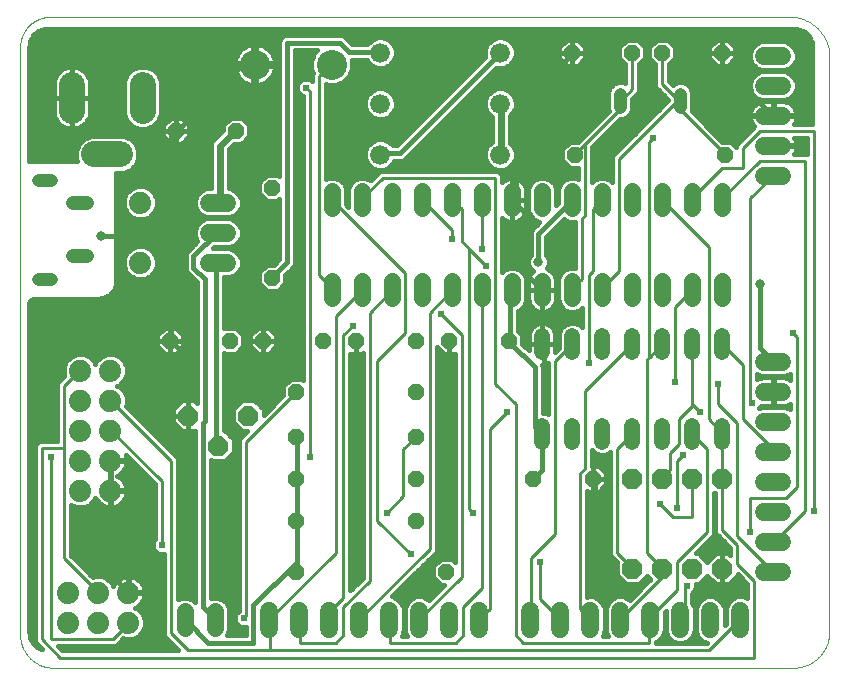
<source format=gbl>
G75*
%MOIN*%
%OFA0B0*%
%FSLAX25Y25*%
%IPPOS*%
%LPD*%
%AMOC8*
5,1,8,0,0,1.08239X$1,22.5*
%
%ADD10C,0.00000*%
%ADD11C,0.06000*%
%ADD12OC8,0.05200*%
%ADD13C,0.06600*%
%ADD14C,0.07400*%
%ADD15C,0.08600*%
%ADD16C,0.05200*%
%ADD17OC8,0.06800*%
%ADD18C,0.05600*%
%ADD19C,0.10000*%
%ADD20C,0.04400*%
%ADD21OC8,0.06600*%
%ADD22C,0.04362*%
%ADD23C,0.04756*%
%ADD24C,0.01600*%
%ADD25C,0.03200*%
%ADD26C,0.01000*%
%ADD27C,0.02400*%
%ADD28C,0.02400*%
D10*
X0014520Y0012000D02*
X0014520Y0207961D01*
X0014523Y0208203D01*
X0014532Y0208444D01*
X0014546Y0208685D01*
X0014567Y0208926D01*
X0014593Y0209166D01*
X0014625Y0209406D01*
X0014663Y0209645D01*
X0014706Y0209882D01*
X0014756Y0210119D01*
X0014811Y0210354D01*
X0014871Y0210588D01*
X0014938Y0210820D01*
X0015009Y0211051D01*
X0015087Y0211280D01*
X0015170Y0211507D01*
X0015258Y0211732D01*
X0015352Y0211955D01*
X0015451Y0212175D01*
X0015556Y0212393D01*
X0015665Y0212608D01*
X0015780Y0212821D01*
X0015900Y0213031D01*
X0016025Y0213237D01*
X0016155Y0213441D01*
X0016290Y0213642D01*
X0016430Y0213839D01*
X0016574Y0214033D01*
X0016723Y0214223D01*
X0016877Y0214409D01*
X0017035Y0214592D01*
X0017197Y0214771D01*
X0017364Y0214946D01*
X0017535Y0215117D01*
X0017710Y0215284D01*
X0017889Y0215446D01*
X0018072Y0215604D01*
X0018258Y0215758D01*
X0018448Y0215907D01*
X0018642Y0216051D01*
X0018839Y0216191D01*
X0019040Y0216326D01*
X0019244Y0216456D01*
X0019450Y0216581D01*
X0019660Y0216701D01*
X0019873Y0216816D01*
X0020088Y0216925D01*
X0020306Y0217030D01*
X0020526Y0217129D01*
X0020749Y0217223D01*
X0020974Y0217311D01*
X0021201Y0217394D01*
X0021430Y0217472D01*
X0021661Y0217543D01*
X0021893Y0217610D01*
X0022127Y0217670D01*
X0022362Y0217725D01*
X0022599Y0217775D01*
X0022836Y0217818D01*
X0023075Y0217856D01*
X0023315Y0217888D01*
X0023555Y0217914D01*
X0023796Y0217935D01*
X0024037Y0217949D01*
X0024278Y0217958D01*
X0024520Y0217961D01*
X0269205Y0217961D01*
X0284220Y0205945D02*
X0284220Y0013000D01*
X0284216Y0012710D01*
X0284206Y0012420D01*
X0284188Y0012131D01*
X0284164Y0011842D01*
X0284133Y0011554D01*
X0284094Y0011266D01*
X0284049Y0010980D01*
X0283996Y0010694D01*
X0283937Y0010411D01*
X0283871Y0010128D01*
X0283799Y0009848D01*
X0283719Y0009569D01*
X0283633Y0009292D01*
X0283540Y0009017D01*
X0283440Y0008745D01*
X0283334Y0008475D01*
X0283222Y0008208D01*
X0283102Y0007943D01*
X0282977Y0007682D01*
X0282845Y0007423D01*
X0282708Y0007168D01*
X0282564Y0006916D01*
X0282414Y0006668D01*
X0282258Y0006424D01*
X0282096Y0006183D01*
X0281928Y0005947D01*
X0281755Y0005714D01*
X0281576Y0005486D01*
X0281392Y0005262D01*
X0281202Y0005043D01*
X0281007Y0004828D01*
X0280807Y0004618D01*
X0280602Y0004413D01*
X0280392Y0004213D01*
X0280177Y0004018D01*
X0279958Y0003828D01*
X0279734Y0003644D01*
X0279506Y0003465D01*
X0279273Y0003292D01*
X0279037Y0003124D01*
X0278796Y0002962D01*
X0278552Y0002806D01*
X0278304Y0002656D01*
X0278052Y0002512D01*
X0277797Y0002375D01*
X0277538Y0002243D01*
X0277277Y0002118D01*
X0277012Y0001998D01*
X0276745Y0001886D01*
X0276475Y0001780D01*
X0276203Y0001680D01*
X0275928Y0001587D01*
X0275651Y0001501D01*
X0275372Y0001421D01*
X0275092Y0001349D01*
X0274809Y0001283D01*
X0274526Y0001224D01*
X0274240Y0001171D01*
X0273954Y0001126D01*
X0273666Y0001087D01*
X0273378Y0001056D01*
X0273089Y0001032D01*
X0272800Y0001014D01*
X0272510Y0001004D01*
X0272220Y0001000D01*
X0025520Y0001000D01*
X0025250Y0001003D01*
X0024980Y0001013D01*
X0024711Y0001030D01*
X0024442Y0001053D01*
X0024173Y0001083D01*
X0023906Y0001119D01*
X0023639Y0001162D01*
X0023374Y0001211D01*
X0023110Y0001267D01*
X0022847Y0001330D01*
X0022586Y0001398D01*
X0022327Y0001474D01*
X0022070Y0001555D01*
X0021814Y0001643D01*
X0021561Y0001737D01*
X0021310Y0001837D01*
X0021062Y0001944D01*
X0020817Y0002056D01*
X0020574Y0002175D01*
X0020335Y0002299D01*
X0020098Y0002429D01*
X0019865Y0002565D01*
X0019635Y0002707D01*
X0019409Y0002854D01*
X0019186Y0003007D01*
X0018967Y0003165D01*
X0018752Y0003328D01*
X0018542Y0003497D01*
X0018335Y0003671D01*
X0018133Y0003850D01*
X0017935Y0004033D01*
X0017742Y0004222D01*
X0017553Y0004415D01*
X0017370Y0004613D01*
X0017191Y0004815D01*
X0017017Y0005022D01*
X0016848Y0005232D01*
X0016685Y0005447D01*
X0016527Y0005666D01*
X0016374Y0005889D01*
X0016227Y0006115D01*
X0016085Y0006345D01*
X0015949Y0006578D01*
X0015819Y0006815D01*
X0015695Y0007054D01*
X0015576Y0007297D01*
X0015464Y0007542D01*
X0015357Y0007790D01*
X0015257Y0008041D01*
X0015163Y0008294D01*
X0015075Y0008550D01*
X0014994Y0008807D01*
X0014918Y0009066D01*
X0014850Y0009327D01*
X0014787Y0009590D01*
X0014731Y0009854D01*
X0014682Y0010119D01*
X0014639Y0010386D01*
X0014603Y0010653D01*
X0014573Y0010922D01*
X0014550Y0011191D01*
X0014533Y0011460D01*
X0014523Y0011730D01*
X0014520Y0012000D01*
X0269205Y0217961D02*
X0269532Y0217993D01*
X0269860Y0218018D01*
X0270188Y0218034D01*
X0270516Y0218043D01*
X0270845Y0218043D01*
X0271174Y0218036D01*
X0271502Y0218021D01*
X0271830Y0217997D01*
X0272157Y0217966D01*
X0272483Y0217927D01*
X0272808Y0217880D01*
X0273132Y0217826D01*
X0273455Y0217763D01*
X0273776Y0217693D01*
X0274095Y0217615D01*
X0274413Y0217529D01*
X0274728Y0217435D01*
X0275040Y0217334D01*
X0275350Y0217226D01*
X0275658Y0217110D01*
X0275963Y0216987D01*
X0276264Y0216856D01*
X0276562Y0216718D01*
X0276857Y0216573D01*
X0277148Y0216421D01*
X0277436Y0216261D01*
X0277720Y0216095D01*
X0277999Y0215922D01*
X0278274Y0215743D01*
X0278545Y0215557D01*
X0278811Y0215364D01*
X0279073Y0215165D01*
X0279329Y0214960D01*
X0279581Y0214748D01*
X0279827Y0214531D01*
X0280068Y0214307D01*
X0280304Y0214078D01*
X0280534Y0213843D01*
X0280758Y0213603D01*
X0280976Y0213357D01*
X0281189Y0213107D01*
X0281395Y0212851D01*
X0281595Y0212590D01*
X0281789Y0212325D01*
X0281976Y0212054D01*
X0282156Y0211780D01*
X0282330Y0211501D01*
X0282497Y0211218D01*
X0282658Y0210931D01*
X0282811Y0210640D01*
X0282957Y0210346D01*
X0283096Y0210048D01*
X0283228Y0209747D01*
X0283352Y0209443D01*
X0283469Y0209136D01*
X0283579Y0208826D01*
X0283681Y0208514D01*
X0283776Y0208199D01*
X0283862Y0207882D01*
X0283942Y0207563D01*
X0284013Y0207243D01*
X0284077Y0206920D01*
X0284133Y0206596D01*
X0284181Y0206271D01*
X0284221Y0205945D01*
D11*
X0268520Y0205000D02*
X0262520Y0205000D01*
X0262520Y0195000D02*
X0268520Y0195000D01*
X0268520Y0185000D02*
X0262520Y0185000D01*
X0262520Y0175000D02*
X0268520Y0175000D01*
X0268520Y0165000D02*
X0262520Y0165000D01*
X0262520Y0103000D02*
X0268520Y0103000D01*
X0268520Y0093000D02*
X0262520Y0093000D01*
X0262520Y0083000D02*
X0268520Y0083000D01*
X0268520Y0073000D02*
X0262520Y0073000D01*
X0262520Y0063000D02*
X0268520Y0063000D01*
X0268520Y0053000D02*
X0262520Y0053000D01*
X0262520Y0043000D02*
X0268520Y0043000D01*
X0268520Y0033000D02*
X0262520Y0033000D01*
X0254520Y0020000D02*
X0254520Y0014000D01*
X0244520Y0014000D02*
X0244520Y0020000D01*
X0234520Y0020000D02*
X0234520Y0014000D01*
X0224520Y0014000D02*
X0224520Y0020000D01*
X0214520Y0020000D02*
X0214520Y0014000D01*
X0204520Y0014000D02*
X0204520Y0020000D01*
X0194520Y0020000D02*
X0194520Y0014000D01*
X0184520Y0014000D02*
X0184520Y0020000D01*
X0167520Y0020000D02*
X0167520Y0014000D01*
X0157520Y0014000D02*
X0157520Y0020000D01*
X0147520Y0020000D02*
X0147520Y0014000D01*
X0137520Y0014000D02*
X0137520Y0020000D01*
X0127520Y0020000D02*
X0127520Y0014000D01*
X0117520Y0014000D02*
X0117520Y0020000D01*
X0107520Y0020000D02*
X0107520Y0014000D01*
X0097520Y0014000D02*
X0097520Y0020000D01*
X0083520Y0136000D02*
X0077520Y0136000D01*
X0077520Y0146000D02*
X0083520Y0146000D01*
X0083520Y0156000D02*
X0077520Y0156000D01*
D12*
X0098520Y0161000D03*
X0086520Y0180000D03*
X0066520Y0180000D03*
X0098520Y0131000D03*
X0095520Y0110000D03*
X0084520Y0110000D03*
X0064520Y0110000D03*
X0106520Y0093000D03*
X0106520Y0078000D03*
X0106520Y0064000D03*
X0106520Y0050000D03*
X0106520Y0033000D03*
X0146520Y0050000D03*
X0146520Y0064000D03*
X0146520Y0078000D03*
X0146520Y0093000D03*
X0146520Y0110000D03*
X0157520Y0110000D03*
X0177520Y0110000D03*
X0126520Y0110000D03*
X0115520Y0110000D03*
X0185520Y0064000D03*
X0205520Y0064000D03*
X0156520Y0033000D03*
X0199520Y0172000D03*
X0198520Y0206000D03*
X0218520Y0206000D03*
X0228520Y0206000D03*
X0248520Y0206000D03*
X0249520Y0172000D03*
D13*
X0174520Y0172000D03*
X0174520Y0189000D03*
X0174520Y0206000D03*
X0134520Y0206000D03*
X0134520Y0189000D03*
X0134520Y0172000D03*
D14*
X0054520Y0156000D03*
X0054520Y0136000D03*
X0044520Y0100000D03*
X0034520Y0100000D03*
X0034520Y0090000D03*
X0044520Y0090000D03*
X0044520Y0080000D03*
X0034520Y0080000D03*
X0034520Y0070000D03*
X0044520Y0070000D03*
X0044520Y0060000D03*
X0034520Y0060000D03*
X0030520Y0026000D03*
X0040520Y0026000D03*
X0050520Y0026000D03*
X0050520Y0016000D03*
X0040520Y0016000D03*
X0030520Y0016000D03*
D15*
X0039220Y0172102D02*
X0047820Y0172102D01*
X0055331Y0186700D02*
X0055331Y0195300D01*
X0031709Y0195300D02*
X0031709Y0186700D01*
D16*
X0188520Y0111600D02*
X0188520Y0106400D01*
X0198520Y0106400D02*
X0198520Y0111600D01*
X0208520Y0111600D02*
X0208520Y0106400D01*
X0218520Y0106400D02*
X0218520Y0111600D01*
X0228520Y0111600D02*
X0228520Y0106400D01*
X0238520Y0106400D02*
X0238520Y0111600D01*
X0248520Y0111600D02*
X0248520Y0106400D01*
X0248520Y0081600D02*
X0248520Y0076400D01*
X0238520Y0076400D02*
X0238520Y0081600D01*
X0228520Y0081600D02*
X0228520Y0076400D01*
X0218520Y0076400D02*
X0218520Y0081600D01*
X0208520Y0081600D02*
X0208520Y0076400D01*
X0198520Y0076400D02*
X0198520Y0081600D01*
X0188520Y0081600D02*
X0188520Y0076400D01*
D17*
X0218520Y0064000D03*
X0228520Y0064000D03*
X0238520Y0064000D03*
X0248520Y0064000D03*
X0248520Y0034000D03*
X0238520Y0034000D03*
X0228520Y0034000D03*
X0218520Y0034000D03*
D18*
X0218520Y0124200D02*
X0218520Y0129800D01*
X0228520Y0129800D02*
X0228520Y0124200D01*
X0238520Y0124200D02*
X0238520Y0129800D01*
X0248520Y0129800D02*
X0248520Y0124200D01*
X0248520Y0154200D02*
X0248520Y0159800D01*
X0238520Y0159800D02*
X0238520Y0154200D01*
X0228520Y0154200D02*
X0228520Y0159800D01*
X0218520Y0159800D02*
X0218520Y0154200D01*
X0208520Y0154200D02*
X0208520Y0159800D01*
X0198520Y0159800D02*
X0198520Y0154200D01*
X0188520Y0154200D02*
X0188520Y0159800D01*
X0178520Y0159800D02*
X0178520Y0154200D01*
X0168520Y0154200D02*
X0168520Y0159800D01*
X0158520Y0159800D02*
X0158520Y0154200D01*
X0148520Y0154200D02*
X0148520Y0159800D01*
X0138520Y0159800D02*
X0138520Y0154200D01*
X0128520Y0154200D02*
X0128520Y0159800D01*
X0118520Y0159800D02*
X0118520Y0154200D01*
X0118520Y0129800D02*
X0118520Y0124200D01*
X0128520Y0124200D02*
X0128520Y0129800D01*
X0138520Y0129800D02*
X0138520Y0124200D01*
X0148520Y0124200D02*
X0148520Y0129800D01*
X0158520Y0129800D02*
X0158520Y0124200D01*
X0168520Y0124200D02*
X0168520Y0129800D01*
X0178520Y0129800D02*
X0178520Y0124200D01*
X0188520Y0124200D02*
X0188520Y0129800D01*
X0198520Y0129800D02*
X0198520Y0124200D01*
X0208520Y0124200D02*
X0208520Y0129800D01*
X0079520Y0019800D02*
X0079520Y0014200D01*
X0069520Y0014200D02*
X0069520Y0019800D01*
D19*
X0092724Y0202000D03*
X0118315Y0202000D03*
D20*
X0214520Y0192200D02*
X0214520Y0187800D01*
X0234520Y0187800D02*
X0234520Y0192200D01*
D21*
X0090520Y0085000D03*
X0080520Y0075000D03*
X0070520Y0085000D03*
D22*
X0024701Y0130563D02*
X0020339Y0130563D01*
X0020339Y0163437D02*
X0024701Y0163437D01*
D23*
X0031953Y0155760D02*
X0036709Y0155760D01*
X0036709Y0138240D02*
X0031953Y0138240D01*
D24*
X0041520Y0145000D02*
X0055770Y0145000D01*
X0064770Y0154000D01*
X0064770Y0178125D01*
X0066020Y0179375D01*
X0066520Y0180000D01*
X0070920Y0180000D01*
X0070920Y0181823D01*
X0068342Y0184400D01*
X0066520Y0184400D01*
X0066520Y0180000D01*
X0066520Y0180000D01*
X0070920Y0180000D01*
X0070920Y0178177D01*
X0068342Y0175600D01*
X0066520Y0175600D01*
X0066520Y0180000D01*
X0066520Y0180000D01*
X0066520Y0180000D01*
X0066645Y0180000D01*
X0088520Y0201875D01*
X0092270Y0201875D01*
X0092724Y0202000D01*
X0092245Y0202480D02*
X0092245Y0201520D01*
X0093204Y0201520D01*
X0093204Y0195204D01*
X0094054Y0195316D01*
X0094915Y0195547D01*
X0095738Y0195888D01*
X0096510Y0196334D01*
X0097218Y0196877D01*
X0097848Y0197507D01*
X0098391Y0198214D01*
X0098836Y0198986D01*
X0099177Y0199810D01*
X0099408Y0200671D01*
X0099520Y0201520D01*
X0093204Y0201520D01*
X0093204Y0202480D01*
X0092245Y0202480D01*
X0092245Y0208796D01*
X0091395Y0208684D01*
X0090534Y0208453D01*
X0089710Y0208112D01*
X0088938Y0207666D01*
X0088231Y0207123D01*
X0087601Y0206493D01*
X0087058Y0205786D01*
X0086613Y0205014D01*
X0086271Y0204190D01*
X0086041Y0203329D01*
X0085929Y0202480D01*
X0092245Y0202480D01*
X0092245Y0203011D02*
X0093204Y0203011D01*
X0093204Y0202480D02*
X0093204Y0208796D01*
X0094054Y0208684D01*
X0094915Y0208453D01*
X0095738Y0208112D01*
X0096510Y0207666D01*
X0097218Y0207123D01*
X0097848Y0206493D01*
X0098391Y0205786D01*
X0098836Y0205014D01*
X0099177Y0204190D01*
X0099408Y0203329D01*
X0099520Y0202480D01*
X0093204Y0202480D01*
X0093204Y0201412D02*
X0092245Y0201412D01*
X0092245Y0201520D02*
X0092245Y0195204D01*
X0091395Y0195316D01*
X0090534Y0195547D01*
X0089710Y0195888D01*
X0088938Y0196334D01*
X0088231Y0196877D01*
X0087601Y0197507D01*
X0087058Y0198214D01*
X0086613Y0198986D01*
X0086271Y0199810D01*
X0086041Y0200671D01*
X0085929Y0201520D01*
X0092245Y0201520D01*
X0092245Y0199814D02*
X0093204Y0199814D01*
X0093204Y0198215D02*
X0092245Y0198215D01*
X0092245Y0196617D02*
X0093204Y0196617D01*
X0096879Y0196617D02*
X0100920Y0196617D01*
X0100920Y0198215D02*
X0098391Y0198215D01*
X0099179Y0199814D02*
X0100920Y0199814D01*
X0100920Y0201412D02*
X0099506Y0201412D01*
X0099450Y0203011D02*
X0100920Y0203011D01*
X0100920Y0204609D02*
X0099004Y0204609D01*
X0098067Y0206208D02*
X0100920Y0206208D01*
X0100920Y0207806D02*
X0096267Y0207806D01*
X0093204Y0207806D02*
X0092245Y0207806D01*
X0092245Y0206208D02*
X0093204Y0206208D01*
X0093204Y0204609D02*
X0092245Y0204609D01*
X0089182Y0207806D02*
X0017520Y0207806D01*
X0017520Y0208000D02*
X0017611Y0209042D01*
X0017882Y0210052D01*
X0018324Y0211000D01*
X0018923Y0211857D01*
X0019663Y0212596D01*
X0020520Y0213196D01*
X0021468Y0213638D01*
X0022478Y0213909D01*
X0023520Y0214000D01*
X0272520Y0214000D01*
X0273562Y0213909D01*
X0274572Y0213638D01*
X0275520Y0213196D01*
X0276376Y0212596D01*
X0277116Y0211857D01*
X0277716Y0211000D01*
X0278158Y0210052D01*
X0278429Y0209042D01*
X0278520Y0208000D01*
X0278520Y0182300D01*
X0272491Y0182300D01*
X0272625Y0182484D01*
X0272968Y0183157D01*
X0273201Y0183876D01*
X0273320Y0184622D01*
X0273320Y0184800D01*
X0265720Y0184800D01*
X0265720Y0185200D01*
X0273320Y0185200D01*
X0273320Y0185378D01*
X0273201Y0186124D01*
X0272968Y0186843D01*
X0272625Y0187516D01*
X0272181Y0188127D01*
X0271647Y0188661D01*
X0271035Y0189105D01*
X0270362Y0189448D01*
X0269644Y0189682D01*
X0268897Y0189800D01*
X0265720Y0189800D01*
X0265720Y0185200D01*
X0265320Y0185200D01*
X0265320Y0189800D01*
X0262142Y0189800D01*
X0261396Y0189682D01*
X0260677Y0189448D01*
X0260004Y0189105D01*
X0259393Y0188661D01*
X0258858Y0188127D01*
X0258414Y0187516D01*
X0258071Y0186843D01*
X0257838Y0186124D01*
X0257720Y0185378D01*
X0257720Y0185200D01*
X0265320Y0185200D01*
X0265320Y0184800D01*
X0257720Y0184800D01*
X0257720Y0184622D01*
X0257838Y0183876D01*
X0258071Y0183157D01*
X0258414Y0182484D01*
X0258858Y0181873D01*
X0259249Y0181482D01*
X0258720Y0180953D01*
X0253095Y0175328D01*
X0253095Y0174648D01*
X0251342Y0176400D01*
X0248497Y0176400D01*
X0238336Y0186561D01*
X0238520Y0187004D01*
X0238520Y0192996D01*
X0237911Y0194466D01*
X0236785Y0195591D01*
X0235315Y0196200D01*
X0233724Y0196200D01*
X0232254Y0195591D01*
X0232030Y0195367D01*
X0230820Y0196578D01*
X0230820Y0202077D01*
X0232920Y0204177D01*
X0232920Y0207823D01*
X0230342Y0210400D01*
X0226697Y0210400D01*
X0224120Y0207823D01*
X0224120Y0204177D01*
X0226220Y0202077D01*
X0226220Y0194672D01*
X0227567Y0193325D01*
X0230520Y0190372D01*
X0230520Y0190253D01*
X0211845Y0171578D01*
X0211845Y0162980D01*
X0211125Y0163700D01*
X0209435Y0164400D01*
X0207605Y0164400D01*
X0205914Y0163700D01*
X0205195Y0162980D01*
X0205195Y0174672D01*
X0214322Y0183800D01*
X0215315Y0183800D01*
X0216785Y0184409D01*
X0217911Y0185534D01*
X0218520Y0187004D01*
X0218520Y0190497D01*
X0219472Y0191450D01*
X0220820Y0192797D01*
X0220820Y0202077D01*
X0222920Y0204177D01*
X0222920Y0207823D01*
X0220342Y0210400D01*
X0216697Y0210400D01*
X0214120Y0207823D01*
X0214120Y0204177D01*
X0216220Y0202077D01*
X0216220Y0195825D01*
X0215315Y0196200D01*
X0213724Y0196200D01*
X0212254Y0195591D01*
X0211129Y0194466D01*
X0210520Y0192996D01*
X0210520Y0187004D01*
X0210667Y0186650D01*
X0201630Y0177612D01*
X0201629Y0177612D01*
X0200417Y0176400D01*
X0197697Y0176400D01*
X0195120Y0173823D01*
X0195120Y0170177D01*
X0197697Y0167600D01*
X0200595Y0167600D01*
X0200595Y0163919D01*
X0199435Y0164400D01*
X0197605Y0164400D01*
X0195914Y0163700D01*
X0194620Y0162406D01*
X0193920Y0160715D01*
X0193920Y0155952D01*
X0193120Y0155152D01*
X0193120Y0160715D01*
X0192419Y0162406D01*
X0191125Y0163700D01*
X0189435Y0164400D01*
X0187605Y0164400D01*
X0185914Y0163700D01*
X0184620Y0162406D01*
X0183920Y0160715D01*
X0183920Y0153285D01*
X0184620Y0151594D01*
X0185914Y0150300D01*
X0187579Y0149611D01*
X0185797Y0147829D01*
X0185066Y0147098D01*
X0184670Y0146142D01*
X0184670Y0138458D01*
X0184387Y0138176D01*
X0183870Y0136926D01*
X0183870Y0135574D01*
X0184387Y0134324D01*
X0185344Y0133368D01*
X0185512Y0133298D01*
X0185011Y0132797D01*
X0184585Y0132211D01*
X0184257Y0131566D01*
X0184033Y0130877D01*
X0183920Y0130162D01*
X0183920Y0127037D01*
X0188483Y0127037D01*
X0188483Y0126963D01*
X0188556Y0126963D01*
X0188556Y0119600D01*
X0188882Y0119600D01*
X0189597Y0119713D01*
X0190285Y0119937D01*
X0190931Y0120266D01*
X0191516Y0120691D01*
X0192028Y0121203D01*
X0192454Y0121789D01*
X0192783Y0122434D01*
X0193006Y0123123D01*
X0193120Y0123838D01*
X0193120Y0126963D01*
X0188556Y0126963D01*
X0188556Y0127037D01*
X0193120Y0127037D01*
X0193120Y0130162D01*
X0193006Y0130877D01*
X0192783Y0131566D01*
X0192454Y0132211D01*
X0192028Y0132797D01*
X0191516Y0133309D01*
X0190931Y0133734D01*
X0190285Y0134063D01*
X0189988Y0134160D01*
X0190152Y0134324D01*
X0190670Y0135574D01*
X0190670Y0136926D01*
X0190152Y0138176D01*
X0189870Y0138458D01*
X0189870Y0144548D01*
X0195768Y0150446D01*
X0195914Y0150300D01*
X0197605Y0149600D01*
X0199345Y0149600D01*
X0199345Y0134400D01*
X0197605Y0134400D01*
X0195914Y0133700D01*
X0194620Y0132406D01*
X0193920Y0130715D01*
X0193920Y0123285D01*
X0194620Y0121594D01*
X0195914Y0120300D01*
X0197605Y0119600D01*
X0199435Y0119600D01*
X0201125Y0120300D01*
X0201845Y0121020D01*
X0201845Y0114498D01*
X0201012Y0115330D01*
X0199395Y0116000D01*
X0197644Y0116000D01*
X0196027Y0115330D01*
X0194790Y0114092D01*
X0194120Y0112475D01*
X0194120Y0107603D01*
X0192920Y0106403D01*
X0192920Y0109000D01*
X0192920Y0111946D01*
X0192811Y0112630D01*
X0192597Y0113289D01*
X0192283Y0113906D01*
X0191876Y0114466D01*
X0191386Y0114956D01*
X0190826Y0115363D01*
X0190209Y0115678D01*
X0189550Y0115892D01*
X0188866Y0116000D01*
X0188520Y0116000D01*
X0188520Y0109000D01*
X0192920Y0109000D01*
X0188520Y0109000D01*
X0188520Y0109000D01*
X0188520Y0109000D01*
X0189145Y0108750D01*
X0189145Y0091875D01*
X0189770Y0091250D01*
X0190595Y0091115D02*
X0188620Y0091115D01*
X0188620Y0089517D02*
X0190595Y0089517D01*
X0190595Y0087918D02*
X0188620Y0087918D01*
X0188620Y0086320D02*
X0190595Y0086320D01*
X0190595Y0085503D02*
X0189395Y0086000D01*
X0188620Y0086000D01*
X0188620Y0101767D01*
X0188523Y0102000D01*
X0188866Y0102000D01*
X0189550Y0102108D01*
X0190209Y0102322D01*
X0190595Y0102519D01*
X0190595Y0085503D01*
X0186020Y0081250D02*
X0187895Y0079375D01*
X0188520Y0079000D01*
X0188520Y0066875D01*
X0186020Y0064375D01*
X0185520Y0064000D01*
X0203320Y0059977D02*
X0203697Y0059600D01*
X0205520Y0059600D01*
X0207342Y0059600D01*
X0209920Y0062177D01*
X0209920Y0064000D01*
X0209920Y0065823D01*
X0207342Y0068400D01*
X0205520Y0068400D01*
X0205520Y0064000D01*
X0209920Y0064000D01*
X0205520Y0064000D01*
X0205520Y0064000D01*
X0205520Y0064000D01*
X0205520Y0059600D01*
X0205520Y0064000D01*
X0205520Y0064000D01*
X0206020Y0063750D01*
X0206020Y0056875D01*
X0210395Y0052500D01*
X0211220Y0052751D02*
X0203320Y0052751D01*
X0203320Y0054349D02*
X0211220Y0054349D01*
X0211220Y0055948D02*
X0203320Y0055948D01*
X0203320Y0057546D02*
X0211220Y0057546D01*
X0211220Y0059145D02*
X0203320Y0059145D01*
X0203320Y0059977D02*
X0203320Y0024698D01*
X0203565Y0024800D01*
X0205474Y0024800D01*
X0207239Y0024069D01*
X0208589Y0022719D01*
X0209320Y0020955D01*
X0209320Y0013045D01*
X0208752Y0011675D01*
X0210287Y0011675D01*
X0209720Y0013045D01*
X0209720Y0020955D01*
X0210450Y0022719D01*
X0211801Y0024069D01*
X0213565Y0024800D01*
X0215474Y0024800D01*
X0217239Y0024069D01*
X0217662Y0023645D01*
X0224591Y0030574D01*
X0223520Y0031646D01*
X0220674Y0028800D01*
X0216366Y0028800D01*
X0213320Y0031846D01*
X0213320Y0036154D01*
X0213404Y0036238D01*
X0211220Y0038422D01*
X0211220Y0072877D01*
X0211012Y0072670D01*
X0209395Y0072000D01*
X0207644Y0072000D01*
X0206027Y0072670D01*
X0205195Y0073502D01*
X0205195Y0068400D01*
X0205520Y0068400D01*
X0205520Y0064000D01*
X0205520Y0063940D02*
X0205520Y0063940D01*
X0205520Y0062342D02*
X0205520Y0062342D01*
X0205520Y0060743D02*
X0205520Y0060743D01*
X0208486Y0060743D02*
X0211220Y0060743D01*
X0211220Y0062342D02*
X0209920Y0062342D01*
X0209920Y0063940D02*
X0211220Y0063940D01*
X0211220Y0065539D02*
X0209920Y0065539D01*
X0211220Y0067137D02*
X0208605Y0067137D01*
X0211220Y0068736D02*
X0205195Y0068736D01*
X0205195Y0070334D02*
X0211220Y0070334D01*
X0211220Y0071933D02*
X0205195Y0071933D01*
X0205520Y0067137D02*
X0205520Y0067137D01*
X0205520Y0065539D02*
X0205520Y0065539D01*
X0203320Y0051152D02*
X0211220Y0051152D01*
X0211220Y0049554D02*
X0203320Y0049554D01*
X0203320Y0047955D02*
X0211220Y0047955D01*
X0211220Y0046357D02*
X0203320Y0046357D01*
X0203320Y0044758D02*
X0211220Y0044758D01*
X0211220Y0043160D02*
X0203320Y0043160D01*
X0203320Y0041561D02*
X0211220Y0041561D01*
X0211220Y0039963D02*
X0203320Y0039963D01*
X0203320Y0038364D02*
X0211278Y0038364D01*
X0212876Y0036766D02*
X0203320Y0036766D01*
X0203320Y0035167D02*
X0213320Y0035167D01*
X0213320Y0033569D02*
X0203320Y0033569D01*
X0203320Y0031970D02*
X0213320Y0031970D01*
X0214794Y0030372D02*
X0203320Y0030372D01*
X0203320Y0028773D02*
X0222790Y0028773D01*
X0222245Y0030372D02*
X0224389Y0030372D01*
X0221192Y0027175D02*
X0203320Y0027175D01*
X0203320Y0025576D02*
X0219593Y0025576D01*
X0217995Y0023978D02*
X0217330Y0023978D01*
X0211709Y0023978D02*
X0207330Y0023978D01*
X0208730Y0022379D02*
X0210310Y0022379D01*
X0209720Y0020781D02*
X0209320Y0020781D01*
X0209320Y0019182D02*
X0209720Y0019182D01*
X0209720Y0017584D02*
X0209320Y0017584D01*
X0209320Y0015985D02*
X0209720Y0015985D01*
X0209720Y0014387D02*
X0209320Y0014387D01*
X0209213Y0012788D02*
X0209826Y0012788D01*
X0226445Y0009602D02*
X0227239Y0009931D01*
X0228589Y0011281D01*
X0229320Y0013045D01*
X0229320Y0019422D01*
X0229720Y0019822D01*
X0229720Y0013045D01*
X0230450Y0011281D01*
X0231801Y0009931D01*
X0233565Y0009200D01*
X0235474Y0009200D01*
X0237239Y0009931D01*
X0238589Y0011281D01*
X0239320Y0013045D01*
X0239320Y0020955D01*
X0238589Y0022719D01*
X0238320Y0022988D01*
X0238320Y0025572D01*
X0238344Y0025582D01*
X0239188Y0026426D01*
X0239645Y0027528D01*
X0239645Y0028722D01*
X0239612Y0028800D01*
X0240674Y0028800D01*
X0243520Y0031646D01*
X0246366Y0028800D01*
X0248520Y0028800D01*
X0250674Y0028800D01*
X0253720Y0031846D01*
X0253720Y0032172D01*
X0256845Y0029047D01*
X0256845Y0024232D01*
X0255474Y0024800D01*
X0253565Y0024800D01*
X0251801Y0024069D01*
X0250450Y0022719D01*
X0249720Y0020955D01*
X0249720Y0015703D01*
X0249320Y0015303D01*
X0249320Y0020955D01*
X0248589Y0022719D01*
X0247239Y0024069D01*
X0245474Y0024800D01*
X0243565Y0024800D01*
X0241801Y0024069D01*
X0240450Y0022719D01*
X0239720Y0020955D01*
X0239720Y0013045D01*
X0240450Y0011281D01*
X0241801Y0009931D01*
X0243319Y0009302D01*
X0243192Y0009175D01*
X0226445Y0009175D01*
X0226445Y0009602D01*
X0226445Y0009591D02*
X0232621Y0009591D01*
X0230542Y0011190D02*
X0228497Y0011190D01*
X0229213Y0012788D02*
X0229826Y0012788D01*
X0229720Y0014387D02*
X0229320Y0014387D01*
X0229320Y0015985D02*
X0229720Y0015985D01*
X0229720Y0017584D02*
X0229320Y0017584D01*
X0229320Y0019182D02*
X0229720Y0019182D01*
X0238730Y0022379D02*
X0240310Y0022379D01*
X0239720Y0020781D02*
X0239320Y0020781D01*
X0239320Y0019182D02*
X0239720Y0019182D01*
X0239720Y0017584D02*
X0239320Y0017584D01*
X0239320Y0015985D02*
X0239720Y0015985D01*
X0239720Y0014387D02*
X0239320Y0014387D01*
X0239213Y0012788D02*
X0239826Y0012788D01*
X0240542Y0011190D02*
X0238497Y0011190D01*
X0236419Y0009591D02*
X0242621Y0009591D01*
X0249320Y0015985D02*
X0249720Y0015985D01*
X0249720Y0017584D02*
X0249320Y0017584D01*
X0249320Y0019182D02*
X0249720Y0019182D01*
X0249720Y0020781D02*
X0249320Y0020781D01*
X0248730Y0022379D02*
X0250310Y0022379D01*
X0251709Y0023978D02*
X0247330Y0023978D01*
X0241709Y0023978D02*
X0238320Y0023978D01*
X0238331Y0025576D02*
X0256845Y0025576D01*
X0256845Y0027175D02*
X0239498Y0027175D01*
X0239623Y0028773D02*
X0256845Y0028773D01*
X0255520Y0030372D02*
X0252245Y0030372D01*
X0253720Y0031970D02*
X0253922Y0031970D01*
X0248520Y0031970D02*
X0248520Y0031970D01*
X0248520Y0030372D02*
X0248520Y0030372D01*
X0248520Y0028800D02*
X0248520Y0034000D01*
X0248520Y0034000D01*
X0248520Y0039200D01*
X0250674Y0039200D01*
X0251220Y0038654D01*
X0251220Y0040922D01*
X0247567Y0044575D01*
X0246220Y0045922D01*
X0246220Y0058946D01*
X0245820Y0059346D01*
X0245820Y0045297D01*
X0239722Y0039200D01*
X0240674Y0039200D01*
X0243520Y0036354D01*
X0246366Y0039200D01*
X0248520Y0039200D01*
X0248520Y0034000D01*
X0248520Y0034000D01*
X0248520Y0028800D01*
X0244794Y0030372D02*
X0242245Y0030372D01*
X0248520Y0033569D02*
X0248520Y0033569D01*
X0248520Y0035167D02*
X0248520Y0035167D01*
X0248520Y0036766D02*
X0248520Y0036766D01*
X0248520Y0038364D02*
X0248520Y0038364D01*
X0245530Y0038364D02*
X0241509Y0038364D01*
X0240485Y0039963D02*
X0251220Y0039963D01*
X0250581Y0041561D02*
X0242084Y0041561D01*
X0243682Y0043160D02*
X0248982Y0043160D01*
X0247384Y0044758D02*
X0245281Y0044758D01*
X0245820Y0046357D02*
X0246220Y0046357D01*
X0246220Y0047955D02*
X0245820Y0047955D01*
X0245820Y0049554D02*
X0246220Y0049554D01*
X0246220Y0051152D02*
X0245820Y0051152D01*
X0245820Y0052751D02*
X0246220Y0052751D01*
X0246220Y0054349D02*
X0245820Y0054349D01*
X0245820Y0055948D02*
X0246220Y0055948D01*
X0246220Y0057546D02*
X0245820Y0057546D01*
X0245820Y0059145D02*
X0246021Y0059145D01*
X0243932Y0036766D02*
X0243108Y0036766D01*
X0186020Y0081250D02*
X0186020Y0101250D01*
X0177895Y0109375D01*
X0177520Y0110000D01*
X0177895Y0110000D01*
X0177895Y0126250D01*
X0178520Y0126875D01*
X0178520Y0127000D01*
X0183120Y0126282D02*
X0183920Y0126282D01*
X0183920Y0126963D02*
X0183920Y0123838D01*
X0184033Y0123123D01*
X0184257Y0122434D01*
X0184585Y0121789D01*
X0185011Y0121203D01*
X0185523Y0120691D01*
X0186109Y0120266D01*
X0186754Y0119937D01*
X0187443Y0119713D01*
X0188158Y0119600D01*
X0188483Y0119600D01*
X0188483Y0126963D01*
X0183920Y0126963D01*
X0183920Y0127881D02*
X0183120Y0127881D01*
X0183120Y0129479D02*
X0183920Y0129479D01*
X0183120Y0130715D02*
X0182419Y0132406D01*
X0181125Y0133700D01*
X0179435Y0134400D01*
X0177605Y0134400D01*
X0175914Y0133700D01*
X0175195Y0132980D01*
X0175195Y0151020D01*
X0175523Y0150691D01*
X0176109Y0150266D01*
X0176754Y0149937D01*
X0177443Y0149713D01*
X0178158Y0149600D01*
X0178483Y0149600D01*
X0178483Y0156963D01*
X0178556Y0156963D01*
X0178556Y0149600D01*
X0178882Y0149600D01*
X0179597Y0149713D01*
X0180285Y0149937D01*
X0180931Y0150266D01*
X0181516Y0150691D01*
X0182028Y0151203D01*
X0182454Y0151789D01*
X0182783Y0152434D01*
X0183006Y0153123D01*
X0183120Y0153838D01*
X0183120Y0156963D01*
X0178556Y0156963D01*
X0178556Y0157037D01*
X0178483Y0157037D01*
X0178483Y0164400D01*
X0178158Y0164400D01*
X0177443Y0164287D01*
X0176754Y0164063D01*
X0176109Y0163734D01*
X0175523Y0163309D01*
X0175195Y0162980D01*
X0175195Y0165328D01*
X0173847Y0166675D01*
X0134442Y0166675D01*
X0133095Y0165328D01*
X0131296Y0163529D01*
X0131125Y0163700D01*
X0129435Y0164400D01*
X0127605Y0164400D01*
X0125914Y0163700D01*
X0124620Y0162406D01*
X0123920Y0160715D01*
X0123920Y0154728D01*
X0123120Y0155528D01*
X0123120Y0160715D01*
X0122419Y0162406D01*
X0121125Y0163700D01*
X0119435Y0164400D01*
X0117605Y0164400D01*
X0116445Y0163919D01*
X0116445Y0195414D01*
X0116962Y0195200D01*
X0119668Y0195200D01*
X0122167Y0196235D01*
X0124080Y0198148D01*
X0125115Y0200647D01*
X0125115Y0203353D01*
X0124992Y0203650D01*
X0129973Y0203650D01*
X0130196Y0203111D01*
X0131631Y0201676D01*
X0133505Y0200900D01*
X0135534Y0200900D01*
X0137409Y0201676D01*
X0138843Y0203111D01*
X0139620Y0204986D01*
X0139620Y0207014D01*
X0138843Y0208889D01*
X0137409Y0210324D01*
X0135534Y0211100D01*
X0133505Y0211100D01*
X0131631Y0210324D01*
X0130196Y0208889D01*
X0130180Y0208850D01*
X0125222Y0208850D01*
X0123224Y0210848D01*
X0122492Y0211579D01*
X0121537Y0211975D01*
X0103002Y0211975D01*
X0102047Y0211579D01*
X0101316Y0210848D01*
X0100920Y0209892D01*
X0100920Y0164823D01*
X0100342Y0165400D01*
X0096697Y0165400D01*
X0094120Y0162823D01*
X0094120Y0159177D01*
X0096697Y0156600D01*
X0100342Y0156600D01*
X0100920Y0157177D01*
X0100920Y0137327D01*
X0098993Y0135400D01*
X0096697Y0135400D01*
X0094120Y0132823D01*
X0094120Y0129177D01*
X0096697Y0126600D01*
X0100342Y0126600D01*
X0102920Y0129177D01*
X0102920Y0131973D01*
X0104992Y0134046D01*
X0104992Y0134046D01*
X0105724Y0134777D01*
X0106120Y0135733D01*
X0106120Y0206775D01*
X0113473Y0206775D01*
X0112550Y0205852D01*
X0111515Y0203353D01*
X0111515Y0200647D01*
X0112071Y0199304D01*
X0111845Y0199078D01*
X0111845Y0196543D01*
X0111469Y0196918D01*
X0110366Y0197375D01*
X0109173Y0197375D01*
X0108070Y0196918D01*
X0107226Y0196074D01*
X0106770Y0194972D01*
X0106770Y0193778D01*
X0107226Y0192676D01*
X0108070Y0191832D01*
X0108720Y0191563D01*
X0108720Y0097023D01*
X0108342Y0097400D01*
X0104697Y0097400D01*
X0102120Y0094823D01*
X0102120Y0091853D01*
X0095620Y0085353D01*
X0095620Y0087112D01*
X0092632Y0090100D01*
X0088407Y0090100D01*
X0085420Y0087112D01*
X0085420Y0082888D01*
X0088407Y0079900D01*
X0090167Y0079900D01*
X0087470Y0077203D01*
X0087470Y0020053D01*
X0087445Y0020043D01*
X0086601Y0019199D01*
X0086145Y0018097D01*
X0086145Y0016903D01*
X0086601Y0015801D01*
X0087445Y0014957D01*
X0088548Y0014500D01*
X0089670Y0014500D01*
X0089670Y0011975D01*
X0083577Y0011975D01*
X0084120Y0013285D01*
X0084120Y0020715D01*
X0083419Y0022406D01*
X0082125Y0023700D01*
X0080435Y0024400D01*
X0078605Y0024400D01*
X0077995Y0024147D01*
X0077995Y0070313D01*
X0078407Y0069900D01*
X0082632Y0069900D01*
X0085620Y0072888D01*
X0085620Y0077112D01*
X0082632Y0080100D01*
X0082370Y0080100D01*
X0082370Y0105927D01*
X0082697Y0105600D01*
X0086342Y0105600D01*
X0088920Y0108177D01*
X0088920Y0111823D01*
X0086342Y0114400D01*
X0082697Y0114400D01*
X0082370Y0114073D01*
X0082370Y0131200D01*
X0084474Y0131200D01*
X0086239Y0131931D01*
X0087589Y0133281D01*
X0088320Y0135045D01*
X0088320Y0136955D01*
X0087589Y0138719D01*
X0086239Y0140069D01*
X0084474Y0140800D01*
X0078622Y0140800D01*
X0079022Y0141200D01*
X0084474Y0141200D01*
X0086239Y0141931D01*
X0087589Y0143281D01*
X0088320Y0145045D01*
X0088320Y0146955D01*
X0087589Y0148719D01*
X0086239Y0150069D01*
X0084474Y0150800D01*
X0076565Y0150800D01*
X0074801Y0150069D01*
X0073450Y0148719D01*
X0072720Y0146955D01*
X0072720Y0145045D01*
X0073450Y0143281D01*
X0073600Y0143132D01*
X0070066Y0139598D01*
X0069670Y0138642D01*
X0069670Y0133858D01*
X0070066Y0132902D01*
X0070797Y0132171D01*
X0073420Y0129548D01*
X0073420Y0089312D01*
X0072632Y0090100D01*
X0070520Y0090100D01*
X0070520Y0085000D01*
X0070520Y0079900D01*
X0072632Y0079900D01*
X0072795Y0080063D01*
X0072795Y0023030D01*
X0072125Y0023700D01*
X0070435Y0024400D01*
X0068605Y0024400D01*
X0067070Y0023764D01*
X0067070Y0070953D01*
X0065722Y0072300D01*
X0049755Y0088267D01*
X0050020Y0088906D01*
X0050020Y0091094D01*
X0049182Y0093115D01*
X0047635Y0094663D01*
X0046821Y0095000D01*
X0047635Y0095337D01*
X0049182Y0096884D01*
X0050020Y0098906D01*
X0050020Y0101094D01*
X0049182Y0103115D01*
X0047635Y0104663D01*
X0045614Y0105500D01*
X0043426Y0105500D01*
X0041404Y0104663D01*
X0039857Y0103115D01*
X0039520Y0102301D01*
X0039182Y0103115D01*
X0037635Y0104663D01*
X0035614Y0105500D01*
X0033426Y0105500D01*
X0031404Y0104663D01*
X0029857Y0103115D01*
X0029020Y0101094D01*
X0029020Y0098906D01*
X0029248Y0098356D01*
X0026845Y0095953D01*
X0026845Y0076675D01*
X0020692Y0076675D01*
X0019345Y0075328D01*
X0019345Y0009672D01*
X0021724Y0007293D01*
X0021468Y0007362D01*
X0020520Y0007804D01*
X0019663Y0008404D01*
X0018923Y0009143D01*
X0018324Y0010000D01*
X0017882Y0010948D01*
X0017611Y0011958D01*
X0017520Y0013000D01*
X0017520Y0122000D01*
X0017570Y0122445D01*
X0017718Y0122868D01*
X0017956Y0123247D01*
X0018273Y0123564D01*
X0018652Y0123802D01*
X0019075Y0123950D01*
X0019520Y0124000D01*
X0040520Y0124000D01*
X0041562Y0124091D01*
X0042572Y0124362D01*
X0043520Y0124804D01*
X0044376Y0125404D01*
X0045116Y0126143D01*
X0045716Y0127000D01*
X0046158Y0127948D01*
X0046429Y0128958D01*
X0046520Y0130000D01*
X0046520Y0166002D01*
X0049033Y0166002D01*
X0051275Y0166931D01*
X0052991Y0168647D01*
X0053920Y0170889D01*
X0053920Y0173316D01*
X0052991Y0175558D01*
X0051275Y0177274D01*
X0049033Y0178202D01*
X0038006Y0178202D01*
X0035764Y0177274D01*
X0034048Y0175558D01*
X0033120Y0173316D01*
X0033120Y0170889D01*
X0033488Y0170000D01*
X0017520Y0170000D01*
X0017520Y0208000D01*
X0017708Y0209405D02*
X0100920Y0209405D01*
X0101471Y0211003D02*
X0018326Y0211003D01*
X0019671Y0212602D02*
X0276368Y0212602D01*
X0277713Y0211003D02*
X0175767Y0211003D01*
X0175534Y0211100D02*
X0173505Y0211100D01*
X0171631Y0210324D01*
X0170196Y0208889D01*
X0169420Y0207014D01*
X0169420Y0204986D01*
X0169539Y0204697D01*
X0139943Y0175100D01*
X0138632Y0175100D01*
X0137409Y0176324D01*
X0135534Y0177100D01*
X0133505Y0177100D01*
X0131631Y0176324D01*
X0130196Y0174889D01*
X0129420Y0173014D01*
X0129420Y0170986D01*
X0130196Y0169111D01*
X0131631Y0167676D01*
X0133505Y0166900D01*
X0135534Y0166900D01*
X0137409Y0167676D01*
X0138843Y0169111D01*
X0139170Y0169900D01*
X0141537Y0169900D01*
X0142492Y0170296D01*
X0143224Y0171027D01*
X0173216Y0201020D01*
X0173505Y0200900D01*
X0175534Y0200900D01*
X0177409Y0201676D01*
X0178843Y0203111D01*
X0179620Y0204986D01*
X0179620Y0207014D01*
X0178843Y0208889D01*
X0177409Y0210324D01*
X0175534Y0211100D01*
X0173272Y0211003D02*
X0135767Y0211003D01*
X0133272Y0211003D02*
X0123068Y0211003D01*
X0124667Y0209405D02*
X0130712Y0209405D01*
X0134145Y0206250D02*
X0124145Y0206250D01*
X0121020Y0209375D01*
X0103520Y0209375D01*
X0103520Y0136250D01*
X0098520Y0131250D01*
X0098520Y0131000D01*
X0101623Y0127881D02*
X0108720Y0127881D01*
X0108720Y0129479D02*
X0102920Y0129479D01*
X0102920Y0131078D02*
X0108720Y0131078D01*
X0108720Y0132676D02*
X0103623Y0132676D01*
X0105222Y0134275D02*
X0108720Y0134275D01*
X0108720Y0135873D02*
X0106120Y0135873D01*
X0106120Y0137472D02*
X0108720Y0137472D01*
X0108720Y0139070D02*
X0106120Y0139070D01*
X0106120Y0140669D02*
X0108720Y0140669D01*
X0108720Y0142268D02*
X0106120Y0142268D01*
X0106120Y0143866D02*
X0108720Y0143866D01*
X0108720Y0145465D02*
X0106120Y0145465D01*
X0106120Y0147063D02*
X0108720Y0147063D01*
X0108720Y0148662D02*
X0106120Y0148662D01*
X0106120Y0150260D02*
X0108720Y0150260D01*
X0108720Y0151859D02*
X0106120Y0151859D01*
X0106120Y0153457D02*
X0108720Y0153457D01*
X0108720Y0155056D02*
X0106120Y0155056D01*
X0106120Y0156654D02*
X0108720Y0156654D01*
X0108720Y0158253D02*
X0106120Y0158253D01*
X0106120Y0159851D02*
X0108720Y0159851D01*
X0108720Y0161450D02*
X0106120Y0161450D01*
X0106120Y0163048D02*
X0108720Y0163048D01*
X0108720Y0164647D02*
X0106120Y0164647D01*
X0106120Y0166245D02*
X0108720Y0166245D01*
X0108720Y0167844D02*
X0106120Y0167844D01*
X0106120Y0169442D02*
X0108720Y0169442D01*
X0108720Y0171041D02*
X0106120Y0171041D01*
X0106120Y0172639D02*
X0108720Y0172639D01*
X0108720Y0174238D02*
X0106120Y0174238D01*
X0106120Y0175836D02*
X0108720Y0175836D01*
X0108720Y0177435D02*
X0106120Y0177435D01*
X0106120Y0179033D02*
X0108720Y0179033D01*
X0108720Y0180632D02*
X0106120Y0180632D01*
X0106120Y0182230D02*
X0108720Y0182230D01*
X0108720Y0183829D02*
X0106120Y0183829D01*
X0106120Y0185427D02*
X0108720Y0185427D01*
X0108720Y0187026D02*
X0106120Y0187026D01*
X0106120Y0188624D02*
X0108720Y0188624D01*
X0108720Y0190223D02*
X0106120Y0190223D01*
X0106120Y0191821D02*
X0108095Y0191821D01*
X0106918Y0193420D02*
X0106120Y0193420D01*
X0106120Y0195018D02*
X0106789Y0195018D01*
X0106120Y0196617D02*
X0107769Y0196617D01*
X0106120Y0198215D02*
X0111845Y0198215D01*
X0111845Y0196617D02*
X0111770Y0196617D01*
X0111860Y0199814D02*
X0106120Y0199814D01*
X0106120Y0201412D02*
X0111515Y0201412D01*
X0111515Y0203011D02*
X0106120Y0203011D01*
X0106120Y0204609D02*
X0112036Y0204609D01*
X0112906Y0206208D02*
X0106120Y0206208D01*
X0100920Y0195018D02*
X0061431Y0195018D01*
X0061431Y0196513D02*
X0060502Y0198755D01*
X0058786Y0200471D01*
X0056544Y0201400D01*
X0054117Y0201400D01*
X0051875Y0200471D01*
X0050159Y0198755D01*
X0049231Y0196513D01*
X0049231Y0185487D01*
X0050159Y0183245D01*
X0051875Y0181529D01*
X0054117Y0180600D01*
X0056544Y0180600D01*
X0058786Y0181529D01*
X0060502Y0183245D01*
X0061431Y0185487D01*
X0061431Y0196513D01*
X0061388Y0196617D02*
X0088570Y0196617D01*
X0087057Y0198215D02*
X0060726Y0198215D01*
X0059443Y0199814D02*
X0086270Y0199814D01*
X0085943Y0201412D02*
X0017520Y0201412D01*
X0017520Y0199814D02*
X0027596Y0199814D01*
X0027735Y0199953D02*
X0027056Y0199274D01*
X0026491Y0198497D01*
X0026056Y0197642D01*
X0025759Y0196728D01*
X0025609Y0195780D01*
X0025609Y0191000D01*
X0025609Y0186220D01*
X0025759Y0185272D01*
X0026056Y0184358D01*
X0026491Y0183503D01*
X0027056Y0182726D01*
X0027735Y0182047D01*
X0028512Y0181483D01*
X0029367Y0181047D01*
X0030280Y0180750D01*
X0031229Y0180600D01*
X0031709Y0180600D01*
X0032189Y0180600D01*
X0033137Y0180750D01*
X0034050Y0181047D01*
X0034906Y0181483D01*
X0035683Y0182047D01*
X0036361Y0182726D01*
X0036926Y0183503D01*
X0037362Y0184358D01*
X0037658Y0185272D01*
X0037809Y0186220D01*
X0037809Y0191000D01*
X0037809Y0195780D01*
X0037658Y0196728D01*
X0037362Y0197642D01*
X0036926Y0198497D01*
X0036361Y0199274D01*
X0035683Y0199953D01*
X0034906Y0200517D01*
X0034050Y0200953D01*
X0033137Y0201250D01*
X0032189Y0201400D01*
X0031709Y0201400D01*
X0031709Y0191000D01*
X0037809Y0191000D01*
X0031709Y0191000D01*
X0031709Y0191000D01*
X0031709Y0180600D01*
X0031709Y0191000D01*
X0031709Y0191000D01*
X0031709Y0191000D01*
X0031709Y0201400D01*
X0031229Y0201400D01*
X0030280Y0201250D01*
X0029367Y0200953D01*
X0028512Y0200517D01*
X0027735Y0199953D01*
X0026348Y0198215D02*
X0017520Y0198215D01*
X0017520Y0196617D02*
X0025741Y0196617D01*
X0025609Y0195018D02*
X0017520Y0195018D01*
X0017520Y0193420D02*
X0025609Y0193420D01*
X0025609Y0191821D02*
X0017520Y0191821D01*
X0017520Y0190223D02*
X0025609Y0190223D01*
X0025609Y0191000D02*
X0031709Y0191000D01*
X0031709Y0191000D01*
X0025609Y0191000D01*
X0025609Y0188624D02*
X0017520Y0188624D01*
X0017520Y0187026D02*
X0025609Y0187026D01*
X0025734Y0185427D02*
X0017520Y0185427D01*
X0017520Y0183829D02*
X0026325Y0183829D01*
X0027552Y0182230D02*
X0017520Y0182230D01*
X0017520Y0180632D02*
X0031028Y0180632D01*
X0031709Y0180632D02*
X0031709Y0180632D01*
X0032389Y0180632D02*
X0054041Y0180632D01*
X0056621Y0180632D02*
X0062120Y0180632D01*
X0062120Y0180000D02*
X0066520Y0180000D01*
X0066520Y0175600D01*
X0064697Y0175600D01*
X0062120Y0178177D01*
X0062120Y0180000D01*
X0066520Y0180000D01*
X0066520Y0184400D01*
X0064697Y0184400D01*
X0062120Y0181823D01*
X0062120Y0180000D01*
X0062120Y0179033D02*
X0017520Y0179033D01*
X0017520Y0177435D02*
X0036153Y0177435D01*
X0034327Y0175836D02*
X0017520Y0175836D01*
X0017520Y0174238D02*
X0033502Y0174238D01*
X0033120Y0172639D02*
X0017520Y0172639D01*
X0017520Y0171041D02*
X0033120Y0171041D01*
X0031709Y0182230D02*
X0031709Y0182230D01*
X0031709Y0183829D02*
X0031709Y0183829D01*
X0031709Y0185427D02*
X0031709Y0185427D01*
X0031709Y0187026D02*
X0031709Y0187026D01*
X0031709Y0188624D02*
X0031709Y0188624D01*
X0031709Y0190223D02*
X0031709Y0190223D01*
X0031709Y0191821D02*
X0031709Y0191821D01*
X0031709Y0193420D02*
X0031709Y0193420D01*
X0031709Y0195018D02*
X0031709Y0195018D01*
X0031709Y0196617D02*
X0031709Y0196617D01*
X0031709Y0198215D02*
X0031709Y0198215D01*
X0031709Y0199814D02*
X0031709Y0199814D01*
X0035821Y0199814D02*
X0051218Y0199814D01*
X0049936Y0198215D02*
X0037069Y0198215D01*
X0037676Y0196617D02*
X0049274Y0196617D01*
X0049231Y0195018D02*
X0037809Y0195018D01*
X0037809Y0193420D02*
X0049231Y0193420D01*
X0049231Y0191821D02*
X0037809Y0191821D01*
X0037809Y0190223D02*
X0049231Y0190223D01*
X0049231Y0188624D02*
X0037809Y0188624D01*
X0037809Y0187026D02*
X0049231Y0187026D01*
X0049255Y0185427D02*
X0037683Y0185427D01*
X0037092Y0183829D02*
X0049917Y0183829D01*
X0051174Y0182230D02*
X0035866Y0182230D01*
X0050886Y0177435D02*
X0062862Y0177435D01*
X0064461Y0175836D02*
X0052712Y0175836D01*
X0053538Y0174238D02*
X0078020Y0174238D01*
X0078020Y0175597D02*
X0078020Y0160800D01*
X0076565Y0160800D01*
X0074801Y0160069D01*
X0073450Y0158719D01*
X0072720Y0156955D01*
X0072720Y0155045D01*
X0073450Y0153281D01*
X0074801Y0151931D01*
X0076565Y0151200D01*
X0084474Y0151200D01*
X0086239Y0151931D01*
X0087589Y0153281D01*
X0088320Y0155045D01*
X0088320Y0156955D01*
X0087589Y0158719D01*
X0086239Y0160069D01*
X0084474Y0160800D01*
X0084020Y0160800D01*
X0084020Y0173757D01*
X0085862Y0175600D01*
X0088342Y0175600D01*
X0090920Y0178177D01*
X0090920Y0181823D01*
X0088342Y0184400D01*
X0084697Y0184400D01*
X0082120Y0181823D01*
X0082120Y0180343D01*
X0079320Y0177543D01*
X0078476Y0176699D01*
X0078020Y0175597D01*
X0078119Y0175836D02*
X0068578Y0175836D01*
X0066520Y0175836D02*
X0066520Y0175836D01*
X0066520Y0177435D02*
X0066520Y0177435D01*
X0066520Y0179033D02*
X0066520Y0179033D01*
X0066520Y0180000D02*
X0066520Y0180000D01*
X0066520Y0180632D02*
X0066520Y0180632D01*
X0066520Y0182230D02*
X0066520Y0182230D01*
X0066520Y0183829D02*
X0066520Y0183829D01*
X0068913Y0183829D02*
X0084126Y0183829D01*
X0082527Y0182230D02*
X0070512Y0182230D01*
X0070920Y0180632D02*
X0082120Y0180632D01*
X0080810Y0179033D02*
X0070920Y0179033D01*
X0070177Y0177435D02*
X0079212Y0177435D01*
X0078020Y0172639D02*
X0053920Y0172639D01*
X0053920Y0171041D02*
X0078020Y0171041D01*
X0078020Y0169442D02*
X0053320Y0169442D01*
X0052188Y0167844D02*
X0078020Y0167844D01*
X0078020Y0166245D02*
X0049619Y0166245D01*
X0046520Y0164647D02*
X0078020Y0164647D01*
X0078020Y0163048D02*
X0046520Y0163048D01*
X0046520Y0161450D02*
X0053304Y0161450D01*
X0053426Y0161500D02*
X0051404Y0160663D01*
X0049857Y0159115D01*
X0049020Y0157094D01*
X0049020Y0154906D01*
X0049857Y0152884D01*
X0051404Y0151337D01*
X0053426Y0150500D01*
X0055614Y0150500D01*
X0057635Y0151337D01*
X0059182Y0152884D01*
X0060020Y0154906D01*
X0060020Y0157094D01*
X0059182Y0159115D01*
X0057635Y0160663D01*
X0055614Y0161500D01*
X0053426Y0161500D01*
X0055735Y0161450D02*
X0078020Y0161450D01*
X0074583Y0159851D02*
X0058447Y0159851D01*
X0059540Y0158253D02*
X0073257Y0158253D01*
X0072720Y0156654D02*
X0060020Y0156654D01*
X0060020Y0155056D02*
X0072720Y0155056D01*
X0073378Y0153457D02*
X0059420Y0153457D01*
X0058156Y0151859D02*
X0074975Y0151859D01*
X0075261Y0150260D02*
X0046520Y0150260D01*
X0046520Y0148662D02*
X0073427Y0148662D01*
X0072765Y0147063D02*
X0046520Y0147063D01*
X0046520Y0145465D02*
X0072720Y0145465D01*
X0073208Y0143866D02*
X0046520Y0143866D01*
X0046520Y0142268D02*
X0072735Y0142268D01*
X0071137Y0140669D02*
X0057620Y0140669D01*
X0057635Y0140663D02*
X0055614Y0141500D01*
X0053426Y0141500D01*
X0051404Y0140663D01*
X0049857Y0139115D01*
X0049020Y0137094D01*
X0049020Y0134906D01*
X0049857Y0132884D01*
X0051404Y0131337D01*
X0053426Y0130500D01*
X0055614Y0130500D01*
X0057635Y0131337D01*
X0059182Y0132884D01*
X0060020Y0134906D01*
X0060020Y0137094D01*
X0059182Y0139115D01*
X0057635Y0140663D01*
X0059201Y0139070D02*
X0069847Y0139070D01*
X0069670Y0137472D02*
X0059863Y0137472D01*
X0060020Y0135873D02*
X0069670Y0135873D01*
X0069670Y0134275D02*
X0059758Y0134275D01*
X0058974Y0132676D02*
X0070291Y0132676D01*
X0071890Y0131078D02*
X0057009Y0131078D01*
X0052030Y0131078D02*
X0046520Y0131078D01*
X0046520Y0132676D02*
X0050065Y0132676D01*
X0049281Y0134275D02*
X0046520Y0134275D01*
X0046520Y0135873D02*
X0049020Y0135873D01*
X0049176Y0137472D02*
X0046520Y0137472D01*
X0046520Y0139070D02*
X0049838Y0139070D01*
X0051419Y0140669D02*
X0046520Y0140669D01*
X0046520Y0151859D02*
X0050883Y0151859D01*
X0049620Y0153457D02*
X0046520Y0153457D01*
X0046520Y0155056D02*
X0049020Y0155056D01*
X0049020Y0156654D02*
X0046520Y0156654D01*
X0046520Y0158253D02*
X0049500Y0158253D01*
X0050593Y0159851D02*
X0046520Y0159851D01*
X0064770Y0154000D02*
X0064770Y0110625D01*
X0064520Y0110000D01*
X0068920Y0110000D01*
X0068920Y0111823D01*
X0066342Y0114400D01*
X0064520Y0114400D01*
X0064520Y0110000D01*
X0064520Y0110000D01*
X0068920Y0110000D01*
X0068920Y0108177D01*
X0066342Y0105600D01*
X0064520Y0105600D01*
X0064520Y0110000D01*
X0064520Y0110000D01*
X0064520Y0110000D01*
X0064770Y0110000D01*
X0070395Y0104375D01*
X0070395Y0085000D01*
X0070520Y0085000D01*
X0070520Y0085000D01*
X0070520Y0085000D01*
X0070520Y0079900D01*
X0068407Y0079900D01*
X0065420Y0082888D01*
X0065420Y0085000D01*
X0070520Y0085000D01*
X0070520Y0090100D01*
X0068407Y0090100D01*
X0065420Y0087112D01*
X0065420Y0085000D01*
X0070520Y0085000D01*
X0070520Y0085000D01*
X0070520Y0084721D02*
X0070520Y0084721D01*
X0070520Y0083123D02*
X0070520Y0083123D01*
X0070520Y0081524D02*
X0070520Y0081524D01*
X0070520Y0079926D02*
X0070520Y0079926D01*
X0072658Y0079926D02*
X0072795Y0079926D01*
X0072795Y0078327D02*
X0059695Y0078327D01*
X0058097Y0079926D02*
X0068382Y0079926D01*
X0066783Y0081524D02*
X0056498Y0081524D01*
X0054900Y0083123D02*
X0065420Y0083123D01*
X0065420Y0084721D02*
X0053301Y0084721D01*
X0051703Y0086320D02*
X0065420Y0086320D01*
X0066225Y0087918D02*
X0050104Y0087918D01*
X0050020Y0089517D02*
X0067824Y0089517D01*
X0070520Y0089517D02*
X0070520Y0089517D01*
X0070520Y0087918D02*
X0070520Y0087918D01*
X0070520Y0086320D02*
X0070520Y0086320D01*
X0073216Y0089517D02*
X0073420Y0089517D01*
X0073420Y0091115D02*
X0050011Y0091115D01*
X0049349Y0092714D02*
X0073420Y0092714D01*
X0073420Y0094312D02*
X0047986Y0094312D01*
X0048209Y0095911D02*
X0073420Y0095911D01*
X0073420Y0097509D02*
X0049441Y0097509D01*
X0050020Y0099108D02*
X0073420Y0099108D01*
X0073420Y0100706D02*
X0050020Y0100706D01*
X0049518Y0102305D02*
X0073420Y0102305D01*
X0073420Y0103903D02*
X0048395Y0103903D01*
X0040645Y0103903D02*
X0038395Y0103903D01*
X0039518Y0102305D02*
X0039521Y0102305D01*
X0030645Y0103903D02*
X0017520Y0103903D01*
X0017520Y0102305D02*
X0029521Y0102305D01*
X0029020Y0100706D02*
X0017520Y0100706D01*
X0017520Y0099108D02*
X0029020Y0099108D01*
X0028401Y0097509D02*
X0017520Y0097509D01*
X0017520Y0095911D02*
X0026845Y0095911D01*
X0026845Y0094312D02*
X0017520Y0094312D01*
X0017520Y0092714D02*
X0026845Y0092714D01*
X0026845Y0091115D02*
X0017520Y0091115D01*
X0017520Y0089517D02*
X0026845Y0089517D01*
X0026845Y0087918D02*
X0017520Y0087918D01*
X0017520Y0086320D02*
X0026845Y0086320D01*
X0026845Y0084721D02*
X0017520Y0084721D01*
X0017520Y0083123D02*
X0026845Y0083123D01*
X0026845Y0081524D02*
X0017520Y0081524D01*
X0017520Y0079926D02*
X0026845Y0079926D01*
X0026845Y0078327D02*
X0017520Y0078327D01*
X0017520Y0076729D02*
X0026845Y0076729D01*
X0019345Y0075130D02*
X0017520Y0075130D01*
X0017520Y0073532D02*
X0019345Y0073532D01*
X0019345Y0071933D02*
X0017520Y0071933D01*
X0017520Y0070334D02*
X0019345Y0070334D01*
X0019345Y0068736D02*
X0017520Y0068736D01*
X0017520Y0067137D02*
X0019345Y0067137D01*
X0019345Y0065539D02*
X0017520Y0065539D01*
X0017520Y0063940D02*
X0019345Y0063940D01*
X0019345Y0062342D02*
X0017520Y0062342D01*
X0017520Y0060743D02*
X0019345Y0060743D01*
X0019345Y0059145D02*
X0017520Y0059145D01*
X0017520Y0057546D02*
X0019345Y0057546D01*
X0019345Y0055948D02*
X0017520Y0055948D01*
X0017520Y0054349D02*
X0019345Y0054349D01*
X0019345Y0052751D02*
X0017520Y0052751D01*
X0017520Y0051152D02*
X0019345Y0051152D01*
X0019345Y0049554D02*
X0017520Y0049554D01*
X0017520Y0047955D02*
X0019345Y0047955D01*
X0019345Y0046357D02*
X0017520Y0046357D01*
X0017520Y0044758D02*
X0019345Y0044758D01*
X0019345Y0043160D02*
X0017520Y0043160D01*
X0017520Y0041561D02*
X0019345Y0041561D01*
X0019345Y0039963D02*
X0017520Y0039963D01*
X0017520Y0038364D02*
X0019345Y0038364D01*
X0019345Y0036766D02*
X0017520Y0036766D01*
X0017520Y0035167D02*
X0019345Y0035167D01*
X0019345Y0033569D02*
X0017520Y0033569D01*
X0017520Y0031970D02*
X0019345Y0031970D01*
X0019345Y0030372D02*
X0017520Y0030372D01*
X0017520Y0028773D02*
X0019345Y0028773D01*
X0019345Y0027175D02*
X0017520Y0027175D01*
X0017520Y0025576D02*
X0019345Y0025576D01*
X0019345Y0023978D02*
X0017520Y0023978D01*
X0017520Y0022379D02*
X0019345Y0022379D01*
X0019345Y0020781D02*
X0017520Y0020781D01*
X0017520Y0019182D02*
X0019345Y0019182D01*
X0019345Y0017584D02*
X0017520Y0017584D01*
X0017520Y0015985D02*
X0019345Y0015985D01*
X0019345Y0014387D02*
X0017520Y0014387D01*
X0017538Y0012788D02*
X0019345Y0012788D01*
X0019345Y0011190D02*
X0017817Y0011190D01*
X0018610Y0009591D02*
X0019426Y0009591D01*
X0020250Y0007993D02*
X0021024Y0007993D01*
X0027197Y0008325D02*
X0046347Y0008325D01*
X0047695Y0009672D01*
X0048787Y0010765D01*
X0049426Y0010500D01*
X0051614Y0010500D01*
X0053635Y0011337D01*
X0055182Y0012884D01*
X0056020Y0014906D01*
X0056020Y0017094D01*
X0055182Y0019115D01*
X0053635Y0020663D01*
X0052821Y0021000D01*
X0053402Y0021296D01*
X0054103Y0021805D01*
X0054715Y0022417D01*
X0055224Y0023117D01*
X0055617Y0023889D01*
X0055884Y0024712D01*
X0056020Y0025567D01*
X0056020Y0025800D01*
X0050720Y0025800D01*
X0050720Y0026200D01*
X0056020Y0026200D01*
X0056020Y0026433D01*
X0055884Y0027288D01*
X0055617Y0028111D01*
X0055224Y0028883D01*
X0054715Y0029583D01*
X0054103Y0030195D01*
X0053402Y0030704D01*
X0052631Y0031097D01*
X0051808Y0031365D01*
X0050953Y0031500D01*
X0050720Y0031500D01*
X0050720Y0026200D01*
X0050320Y0026200D01*
X0050320Y0031500D01*
X0050087Y0031500D01*
X0049232Y0031365D01*
X0048408Y0031097D01*
X0047637Y0030704D01*
X0046937Y0030195D01*
X0046325Y0029583D01*
X0045816Y0028883D01*
X0045520Y0028301D01*
X0045182Y0029115D01*
X0043635Y0030663D01*
X0041614Y0031500D01*
X0039426Y0031500D01*
X0038699Y0031199D01*
X0031445Y0038453D01*
X0031445Y0055321D01*
X0033426Y0054500D01*
X0035614Y0054500D01*
X0037635Y0055337D01*
X0039182Y0056884D01*
X0039520Y0057699D01*
X0039816Y0057117D01*
X0040325Y0056417D01*
X0040937Y0055805D01*
X0041637Y0055296D01*
X0042408Y0054903D01*
X0043232Y0054635D01*
X0044087Y0054500D01*
X0044320Y0054500D01*
X0044320Y0059800D01*
X0044720Y0059800D01*
X0044720Y0060200D01*
X0050020Y0060200D01*
X0050020Y0060433D01*
X0049884Y0061288D01*
X0049617Y0062111D01*
X0049224Y0062883D01*
X0048715Y0063583D01*
X0048103Y0064195D01*
X0047402Y0064704D01*
X0046821Y0065000D01*
X0047402Y0065296D01*
X0048103Y0065805D01*
X0048715Y0066417D01*
X0049224Y0067117D01*
X0049617Y0067889D01*
X0049884Y0068712D01*
X0050020Y0069567D01*
X0050020Y0069800D01*
X0044720Y0069800D01*
X0044720Y0070200D01*
X0050020Y0070200D01*
X0050020Y0070433D01*
X0049884Y0071288D01*
X0049718Y0071799D01*
X0059345Y0062172D01*
X0059345Y0043818D01*
X0059101Y0043574D01*
X0058645Y0042472D01*
X0058645Y0041278D01*
X0059101Y0040176D01*
X0059945Y0039332D01*
X0061048Y0038875D01*
X0062241Y0038875D01*
X0062470Y0038970D01*
X0062470Y0011547D01*
X0067017Y0007000D01*
X0028522Y0007000D01*
X0027197Y0008325D01*
X0027530Y0007993D02*
X0066024Y0007993D01*
X0064426Y0009591D02*
X0047613Y0009591D01*
X0053278Y0011190D02*
X0062827Y0011190D01*
X0062470Y0012788D02*
X0055086Y0012788D01*
X0055805Y0014387D02*
X0062470Y0014387D01*
X0062470Y0015985D02*
X0056020Y0015985D01*
X0055817Y0017584D02*
X0062470Y0017584D01*
X0062470Y0019182D02*
X0055116Y0019182D01*
X0053350Y0020781D02*
X0062470Y0020781D01*
X0062470Y0022379D02*
X0054677Y0022379D01*
X0055646Y0023978D02*
X0062470Y0023978D01*
X0062470Y0025576D02*
X0056020Y0025576D01*
X0055902Y0027175D02*
X0062470Y0027175D01*
X0062470Y0028773D02*
X0055279Y0028773D01*
X0053860Y0030372D02*
X0062470Y0030372D01*
X0062470Y0031970D02*
X0037927Y0031970D01*
X0036329Y0033569D02*
X0062470Y0033569D01*
X0062470Y0035167D02*
X0034730Y0035167D01*
X0033132Y0036766D02*
X0062470Y0036766D01*
X0062470Y0038364D02*
X0031533Y0038364D01*
X0031445Y0039963D02*
X0059314Y0039963D01*
X0058645Y0041561D02*
X0031445Y0041561D01*
X0031445Y0043160D02*
X0058930Y0043160D01*
X0059345Y0044758D02*
X0031445Y0044758D01*
X0031445Y0046357D02*
X0059345Y0046357D01*
X0059345Y0047955D02*
X0031445Y0047955D01*
X0031445Y0049554D02*
X0059345Y0049554D01*
X0059345Y0051152D02*
X0031445Y0051152D01*
X0031445Y0052751D02*
X0059345Y0052751D01*
X0059345Y0054349D02*
X0031445Y0054349D01*
X0038246Y0055948D02*
X0040794Y0055948D01*
X0039597Y0057546D02*
X0039457Y0057546D01*
X0044320Y0057546D02*
X0044720Y0057546D01*
X0044720Y0055948D02*
X0044320Y0055948D01*
X0044720Y0054500D02*
X0044953Y0054500D01*
X0045808Y0054635D01*
X0046631Y0054903D01*
X0047402Y0055296D01*
X0048103Y0055805D01*
X0048715Y0056417D01*
X0049224Y0057117D01*
X0049617Y0057889D01*
X0049884Y0058712D01*
X0050020Y0059567D01*
X0050020Y0059800D01*
X0044720Y0059800D01*
X0044720Y0054500D01*
X0048246Y0055948D02*
X0059345Y0055948D01*
X0059345Y0057546D02*
X0049442Y0057546D01*
X0049953Y0059145D02*
X0059345Y0059145D01*
X0059345Y0060743D02*
X0049970Y0060743D01*
X0049499Y0062342D02*
X0059175Y0062342D01*
X0057577Y0063940D02*
X0048357Y0063940D01*
X0047737Y0065539D02*
X0055978Y0065539D01*
X0054380Y0067137D02*
X0049234Y0067137D01*
X0049888Y0068736D02*
X0052781Y0068736D01*
X0051182Y0070334D02*
X0050020Y0070334D01*
X0044720Y0069800D02*
X0044720Y0060200D01*
X0044320Y0060200D01*
X0044320Y0065500D01*
X0044320Y0069800D01*
X0044720Y0069800D01*
X0044720Y0068736D02*
X0044320Y0068736D01*
X0044320Y0067137D02*
X0044720Y0067137D01*
X0044720Y0065539D02*
X0044320Y0065539D01*
X0044320Y0063940D02*
X0044720Y0063940D01*
X0044720Y0062342D02*
X0044320Y0062342D01*
X0044320Y0060743D02*
X0044720Y0060743D01*
X0044770Y0060000D02*
X0044520Y0060000D01*
X0044770Y0060000D02*
X0044770Y0031875D01*
X0050395Y0026250D01*
X0050520Y0026000D01*
X0050320Y0027175D02*
X0050720Y0027175D01*
X0050720Y0028773D02*
X0050320Y0028773D01*
X0050320Y0030372D02*
X0050720Y0030372D01*
X0047180Y0030372D02*
X0043926Y0030372D01*
X0045324Y0028773D02*
X0045760Y0028773D01*
X0067070Y0028773D02*
X0072795Y0028773D01*
X0072795Y0027175D02*
X0067070Y0027175D01*
X0067070Y0025576D02*
X0072795Y0025576D01*
X0072795Y0023978D02*
X0071454Y0023978D01*
X0067585Y0023978D02*
X0067070Y0023978D01*
X0067070Y0030372D02*
X0072795Y0030372D01*
X0072795Y0031970D02*
X0067070Y0031970D01*
X0067070Y0033569D02*
X0072795Y0033569D01*
X0072795Y0035167D02*
X0067070Y0035167D01*
X0067070Y0036766D02*
X0072795Y0036766D01*
X0072795Y0038364D02*
X0067070Y0038364D01*
X0067070Y0039963D02*
X0072795Y0039963D01*
X0072795Y0041561D02*
X0067070Y0041561D01*
X0067070Y0043160D02*
X0072795Y0043160D01*
X0072795Y0044758D02*
X0067070Y0044758D01*
X0067070Y0046357D02*
X0072795Y0046357D01*
X0072795Y0047955D02*
X0067070Y0047955D01*
X0067070Y0049554D02*
X0072795Y0049554D01*
X0072795Y0051152D02*
X0067070Y0051152D01*
X0067070Y0052751D02*
X0072795Y0052751D01*
X0072795Y0054349D02*
X0067070Y0054349D01*
X0067070Y0055948D02*
X0072795Y0055948D01*
X0072795Y0057546D02*
X0067070Y0057546D01*
X0067070Y0059145D02*
X0072795Y0059145D01*
X0072795Y0060743D02*
X0067070Y0060743D01*
X0067070Y0062342D02*
X0072795Y0062342D01*
X0072795Y0063940D02*
X0067070Y0063940D01*
X0067070Y0065539D02*
X0072795Y0065539D01*
X0072795Y0067137D02*
X0067070Y0067137D01*
X0067070Y0068736D02*
X0072795Y0068736D01*
X0072795Y0070334D02*
X0067070Y0070334D01*
X0066089Y0071933D02*
X0072795Y0071933D01*
X0072795Y0073532D02*
X0064491Y0073532D01*
X0062892Y0075130D02*
X0072795Y0075130D01*
X0072795Y0076729D02*
X0061294Y0076729D01*
X0075395Y0082500D02*
X0076020Y0083125D01*
X0076020Y0130625D01*
X0072270Y0134375D01*
X0072270Y0138125D01*
X0080395Y0146250D01*
X0080520Y0146000D01*
X0085778Y0150260D02*
X0100920Y0150260D01*
X0100920Y0148662D02*
X0087613Y0148662D01*
X0088275Y0147063D02*
X0100920Y0147063D01*
X0100920Y0145465D02*
X0088320Y0145465D01*
X0087831Y0143866D02*
X0100920Y0143866D01*
X0100920Y0142268D02*
X0086575Y0142268D01*
X0084791Y0140669D02*
X0100920Y0140669D01*
X0100920Y0139070D02*
X0087237Y0139070D01*
X0088105Y0137472D02*
X0100920Y0137472D01*
X0099466Y0135873D02*
X0088320Y0135873D01*
X0088001Y0134275D02*
X0095572Y0134275D01*
X0094120Y0132676D02*
X0086984Y0132676D01*
X0082370Y0131078D02*
X0094120Y0131078D01*
X0094120Y0129479D02*
X0082370Y0129479D01*
X0082370Y0127881D02*
X0095416Y0127881D01*
X0082370Y0126282D02*
X0108720Y0126282D01*
X0108720Y0124684D02*
X0082370Y0124684D01*
X0082370Y0123085D02*
X0108720Y0123085D01*
X0108720Y0121487D02*
X0082370Y0121487D01*
X0082370Y0119888D02*
X0108720Y0119888D01*
X0108720Y0118290D02*
X0082370Y0118290D01*
X0082370Y0116691D02*
X0108720Y0116691D01*
X0108720Y0115093D02*
X0082370Y0115093D01*
X0087248Y0113494D02*
X0092791Y0113494D01*
X0093697Y0114400D02*
X0091120Y0111823D01*
X0091120Y0110000D01*
X0091120Y0108177D01*
X0093697Y0105600D01*
X0095520Y0105600D01*
X0097342Y0105600D01*
X0099920Y0108177D01*
X0099920Y0110000D01*
X0099920Y0111823D01*
X0097342Y0114400D01*
X0095520Y0114400D01*
X0095520Y0110000D01*
X0099920Y0110000D01*
X0095520Y0110000D01*
X0095520Y0110000D01*
X0095520Y0105600D01*
X0095520Y0110000D01*
X0095520Y0110000D01*
X0095520Y0110000D01*
X0095520Y0114400D01*
X0093697Y0114400D01*
X0095520Y0113494D02*
X0095520Y0113494D01*
X0095520Y0111896D02*
X0095520Y0111896D01*
X0095520Y0110297D02*
X0095520Y0110297D01*
X0095520Y0110000D02*
X0095520Y0110000D01*
X0091120Y0110000D01*
X0095520Y0110000D01*
X0095520Y0108699D02*
X0095520Y0108699D01*
X0095520Y0107100D02*
X0095520Y0107100D01*
X0098842Y0107100D02*
X0108720Y0107100D01*
X0108720Y0105502D02*
X0082370Y0105502D01*
X0082370Y0103903D02*
X0108720Y0103903D01*
X0108720Y0102305D02*
X0082370Y0102305D01*
X0082370Y0100706D02*
X0108720Y0100706D01*
X0108720Y0099108D02*
X0082370Y0099108D01*
X0082370Y0097509D02*
X0108720Y0097509D01*
X0103208Y0095911D02*
X0082370Y0095911D01*
X0082370Y0094312D02*
X0102120Y0094312D01*
X0102120Y0092714D02*
X0082370Y0092714D01*
X0082370Y0091115D02*
X0101382Y0091115D01*
X0099784Y0089517D02*
X0093216Y0089517D01*
X0094814Y0087918D02*
X0098185Y0087918D01*
X0096587Y0086320D02*
X0095620Y0086320D01*
X0087824Y0089517D02*
X0082370Y0089517D01*
X0082370Y0087918D02*
X0086225Y0087918D01*
X0085420Y0086320D02*
X0082370Y0086320D01*
X0082370Y0084721D02*
X0085420Y0084721D01*
X0085420Y0083123D02*
X0082370Y0083123D01*
X0082370Y0081524D02*
X0086783Y0081524D01*
X0088382Y0079926D02*
X0082807Y0079926D01*
X0084405Y0078327D02*
X0088594Y0078327D01*
X0087470Y0076729D02*
X0085620Y0076729D01*
X0085620Y0075130D02*
X0087470Y0075130D01*
X0087470Y0073532D02*
X0085620Y0073532D01*
X0084665Y0071933D02*
X0087470Y0071933D01*
X0087470Y0070334D02*
X0083067Y0070334D01*
X0087470Y0068736D02*
X0077995Y0068736D01*
X0077995Y0067137D02*
X0087470Y0067137D01*
X0087470Y0065539D02*
X0077995Y0065539D01*
X0077995Y0063940D02*
X0087470Y0063940D01*
X0087470Y0062342D02*
X0077995Y0062342D01*
X0077995Y0060743D02*
X0087470Y0060743D01*
X0087470Y0059145D02*
X0077995Y0059145D01*
X0077995Y0057546D02*
X0087470Y0057546D01*
X0087470Y0055948D02*
X0077995Y0055948D01*
X0077995Y0054349D02*
X0087470Y0054349D01*
X0087470Y0052751D02*
X0077995Y0052751D01*
X0077995Y0051152D02*
X0087470Y0051152D01*
X0087470Y0049554D02*
X0077995Y0049554D01*
X0077995Y0047955D02*
X0087470Y0047955D01*
X0087470Y0046357D02*
X0077995Y0046357D01*
X0077995Y0044758D02*
X0087470Y0044758D01*
X0087470Y0043160D02*
X0077995Y0043160D01*
X0077995Y0041561D02*
X0087470Y0041561D01*
X0087470Y0039963D02*
X0077995Y0039963D01*
X0077995Y0038364D02*
X0087470Y0038364D01*
X0087470Y0036766D02*
X0077995Y0036766D01*
X0077995Y0035167D02*
X0087470Y0035167D01*
X0087470Y0033569D02*
X0077995Y0033569D01*
X0077995Y0031970D02*
X0087470Y0031970D01*
X0087470Y0030372D02*
X0077995Y0030372D01*
X0077995Y0028773D02*
X0087470Y0028773D01*
X0087470Y0027175D02*
X0077995Y0027175D01*
X0077995Y0025576D02*
X0087470Y0025576D01*
X0087470Y0023978D02*
X0081454Y0023978D01*
X0083430Y0022379D02*
X0087470Y0022379D01*
X0087470Y0020781D02*
X0084092Y0020781D01*
X0084120Y0019182D02*
X0086594Y0019182D01*
X0086145Y0017584D02*
X0084120Y0017584D01*
X0084120Y0015985D02*
X0086525Y0015985D01*
X0084120Y0014387D02*
X0089670Y0014387D01*
X0089670Y0012788D02*
X0083914Y0012788D01*
X0079520Y0017000D02*
X0079145Y0017500D01*
X0075395Y0021250D01*
X0075395Y0082500D01*
X0079770Y0075625D02*
X0079770Y0135000D01*
X0080395Y0135625D01*
X0080520Y0136000D01*
X0073420Y0129479D02*
X0046474Y0129479D01*
X0046127Y0127881D02*
X0073420Y0127881D01*
X0073420Y0126282D02*
X0045213Y0126282D01*
X0043262Y0124684D02*
X0073420Y0124684D01*
X0073420Y0123085D02*
X0017854Y0123085D01*
X0017520Y0121487D02*
X0073420Y0121487D01*
X0073420Y0119888D02*
X0017520Y0119888D01*
X0017520Y0118290D02*
X0073420Y0118290D01*
X0073420Y0116691D02*
X0017520Y0116691D01*
X0017520Y0115093D02*
X0073420Y0115093D01*
X0073420Y0113494D02*
X0067248Y0113494D01*
X0068846Y0111896D02*
X0073420Y0111896D01*
X0073420Y0110297D02*
X0068920Y0110297D01*
X0068920Y0108699D02*
X0073420Y0108699D01*
X0073420Y0107100D02*
X0067842Y0107100D01*
X0064520Y0107100D02*
X0064520Y0107100D01*
X0064520Y0105600D02*
X0062697Y0105600D01*
X0060120Y0108177D01*
X0060120Y0110000D01*
X0064520Y0110000D01*
X0064520Y0105600D01*
X0061197Y0107100D02*
X0017520Y0107100D01*
X0017520Y0105502D02*
X0073420Y0105502D01*
X0064520Y0108699D02*
X0064520Y0108699D01*
X0064520Y0110000D02*
X0064520Y0110000D01*
X0064520Y0114400D01*
X0062697Y0114400D01*
X0060120Y0111823D01*
X0060120Y0110000D01*
X0064520Y0110000D01*
X0064520Y0110297D02*
X0064520Y0110297D01*
X0064520Y0111896D02*
X0064520Y0111896D01*
X0064520Y0113494D02*
X0064520Y0113494D01*
X0061791Y0113494D02*
X0017520Y0113494D01*
X0017520Y0111896D02*
X0060193Y0111896D01*
X0060120Y0110297D02*
X0017520Y0110297D01*
X0017520Y0108699D02*
X0060120Y0108699D01*
X0087842Y0107100D02*
X0092197Y0107100D01*
X0091120Y0108699D02*
X0088920Y0108699D01*
X0088920Y0110297D02*
X0091120Y0110297D01*
X0091193Y0111896D02*
X0088846Y0111896D01*
X0098248Y0113494D02*
X0108720Y0113494D01*
X0108720Y0111896D02*
X0099846Y0111896D01*
X0099920Y0110297D02*
X0108720Y0110297D01*
X0108720Y0108699D02*
X0099920Y0108699D01*
X0124570Y0105727D02*
X0124570Y0026803D01*
X0128720Y0030953D01*
X0128720Y0105977D01*
X0128342Y0105600D01*
X0126520Y0105600D01*
X0126520Y0110000D01*
X0126520Y0110000D01*
X0126520Y0105600D01*
X0124697Y0105600D01*
X0124570Y0105727D01*
X0124570Y0105502D02*
X0128720Y0105502D01*
X0128720Y0103903D02*
X0124570Y0103903D01*
X0124570Y0102305D02*
X0128720Y0102305D01*
X0128720Y0100706D02*
X0124570Y0100706D01*
X0124570Y0099108D02*
X0128720Y0099108D01*
X0128720Y0097509D02*
X0124570Y0097509D01*
X0124570Y0095911D02*
X0128720Y0095911D01*
X0128720Y0094312D02*
X0124570Y0094312D01*
X0124570Y0092714D02*
X0128720Y0092714D01*
X0128720Y0091115D02*
X0124570Y0091115D01*
X0124570Y0089517D02*
X0128720Y0089517D01*
X0128720Y0087918D02*
X0124570Y0087918D01*
X0124570Y0086320D02*
X0128720Y0086320D01*
X0128720Y0084721D02*
X0124570Y0084721D01*
X0124570Y0083123D02*
X0128720Y0083123D01*
X0128720Y0081524D02*
X0124570Y0081524D01*
X0124570Y0079926D02*
X0128720Y0079926D01*
X0128720Y0078327D02*
X0124570Y0078327D01*
X0124570Y0076729D02*
X0128720Y0076729D01*
X0128720Y0075130D02*
X0124570Y0075130D01*
X0124570Y0073532D02*
X0128720Y0073532D01*
X0128720Y0071933D02*
X0124570Y0071933D01*
X0124570Y0070334D02*
X0128720Y0070334D01*
X0128720Y0068736D02*
X0124570Y0068736D01*
X0124570Y0067137D02*
X0128720Y0067137D01*
X0128720Y0065539D02*
X0124570Y0065539D01*
X0124570Y0063940D02*
X0128720Y0063940D01*
X0128720Y0062342D02*
X0124570Y0062342D01*
X0124570Y0060743D02*
X0128720Y0060743D01*
X0128720Y0059145D02*
X0124570Y0059145D01*
X0124570Y0057546D02*
X0128720Y0057546D01*
X0128720Y0055948D02*
X0124570Y0055948D01*
X0124570Y0054349D02*
X0128720Y0054349D01*
X0128720Y0052751D02*
X0124570Y0052751D01*
X0124570Y0051152D02*
X0128720Y0051152D01*
X0128720Y0049554D02*
X0124570Y0049554D01*
X0124570Y0047955D02*
X0128720Y0047955D01*
X0128720Y0046357D02*
X0124570Y0046357D01*
X0124570Y0044758D02*
X0128720Y0044758D01*
X0128720Y0043160D02*
X0124570Y0043160D01*
X0124570Y0041561D02*
X0128720Y0041561D01*
X0128720Y0039963D02*
X0124570Y0039963D01*
X0124570Y0038364D02*
X0128720Y0038364D01*
X0128720Y0036766D02*
X0124570Y0036766D01*
X0124570Y0035167D02*
X0128720Y0035167D01*
X0128720Y0033569D02*
X0124570Y0033569D01*
X0124570Y0031970D02*
X0128720Y0031970D01*
X0128139Y0030372D02*
X0124570Y0030372D01*
X0124570Y0028773D02*
X0126540Y0028773D01*
X0124942Y0027175D02*
X0124570Y0027175D01*
X0138447Y0024800D02*
X0153320Y0039672D01*
X0153320Y0107977D01*
X0155697Y0105600D01*
X0157520Y0105600D01*
X0159342Y0105600D01*
X0159345Y0105602D01*
X0159345Y0036398D01*
X0158342Y0037400D01*
X0154697Y0037400D01*
X0152120Y0034823D01*
X0152120Y0031177D01*
X0154697Y0028600D01*
X0155742Y0028600D01*
X0150725Y0023583D01*
X0150239Y0024069D01*
X0148474Y0024800D01*
X0146565Y0024800D01*
X0144801Y0024069D01*
X0143450Y0022719D01*
X0142720Y0020955D01*
X0142720Y0013045D01*
X0143287Y0011675D01*
X0141752Y0011675D01*
X0142320Y0013045D01*
X0142320Y0020955D01*
X0141589Y0022719D01*
X0140239Y0024069D01*
X0138474Y0024800D01*
X0138447Y0024800D01*
X0139224Y0025576D02*
X0152718Y0025576D01*
X0151120Y0023978D02*
X0150330Y0023978D01*
X0154317Y0027175D02*
X0140822Y0027175D01*
X0142421Y0028773D02*
X0154524Y0028773D01*
X0152925Y0030372D02*
X0144019Y0030372D01*
X0145618Y0031970D02*
X0152120Y0031970D01*
X0152120Y0033569D02*
X0147216Y0033569D01*
X0148815Y0035167D02*
X0152464Y0035167D01*
X0154063Y0036766D02*
X0150413Y0036766D01*
X0152012Y0038364D02*
X0159345Y0038364D01*
X0159345Y0036766D02*
X0158976Y0036766D01*
X0159345Y0039963D02*
X0153320Y0039963D01*
X0153320Y0041561D02*
X0159345Y0041561D01*
X0159345Y0043160D02*
X0153320Y0043160D01*
X0153320Y0044758D02*
X0159345Y0044758D01*
X0159345Y0046357D02*
X0153320Y0046357D01*
X0153320Y0047955D02*
X0159345Y0047955D01*
X0159345Y0049554D02*
X0153320Y0049554D01*
X0153320Y0051152D02*
X0159345Y0051152D01*
X0159345Y0052751D02*
X0153320Y0052751D01*
X0153320Y0054349D02*
X0159345Y0054349D01*
X0159345Y0055948D02*
X0153320Y0055948D01*
X0153320Y0057546D02*
X0159345Y0057546D01*
X0159345Y0059145D02*
X0153320Y0059145D01*
X0153320Y0060743D02*
X0159345Y0060743D01*
X0159345Y0062342D02*
X0153320Y0062342D01*
X0153320Y0063940D02*
X0159345Y0063940D01*
X0159345Y0065539D02*
X0153320Y0065539D01*
X0153320Y0067137D02*
X0159345Y0067137D01*
X0159345Y0068736D02*
X0153320Y0068736D01*
X0153320Y0070334D02*
X0159345Y0070334D01*
X0159345Y0071933D02*
X0153320Y0071933D01*
X0153320Y0073532D02*
X0159345Y0073532D01*
X0159345Y0075130D02*
X0153320Y0075130D01*
X0153320Y0076729D02*
X0159345Y0076729D01*
X0159345Y0078327D02*
X0153320Y0078327D01*
X0153320Y0079926D02*
X0159345Y0079926D01*
X0159345Y0081524D02*
X0153320Y0081524D01*
X0153320Y0083123D02*
X0159345Y0083123D01*
X0159345Y0084721D02*
X0153320Y0084721D01*
X0153320Y0086320D02*
X0159345Y0086320D01*
X0159345Y0087918D02*
X0153320Y0087918D01*
X0153320Y0089517D02*
X0159345Y0089517D01*
X0159345Y0091115D02*
X0153320Y0091115D01*
X0153320Y0092714D02*
X0159345Y0092714D01*
X0159345Y0094312D02*
X0153320Y0094312D01*
X0153320Y0095911D02*
X0159345Y0095911D01*
X0159345Y0097509D02*
X0153320Y0097509D01*
X0153320Y0099108D02*
X0159345Y0099108D01*
X0159345Y0100706D02*
X0153320Y0100706D01*
X0153320Y0102305D02*
X0159345Y0102305D01*
X0159345Y0103903D02*
X0153320Y0103903D01*
X0153320Y0105502D02*
X0159345Y0105502D01*
X0157520Y0105600D02*
X0157520Y0110000D01*
X0157520Y0110000D01*
X0157520Y0105600D01*
X0157520Y0107100D02*
X0157520Y0107100D01*
X0157520Y0108699D02*
X0157520Y0108699D01*
X0154197Y0107100D02*
X0153320Y0107100D01*
X0126520Y0107100D02*
X0126520Y0107100D01*
X0126520Y0108699D02*
X0126520Y0108699D01*
X0106520Y0078000D02*
X0106645Y0077500D01*
X0106645Y0064375D01*
X0106520Y0064000D01*
X0106645Y0063750D01*
X0106645Y0050625D01*
X0106520Y0050000D01*
X0106645Y0050000D01*
X0106645Y0035625D01*
X0106020Y0035625D01*
X0092270Y0021875D01*
X0092270Y0009375D01*
X0077270Y0009375D01*
X0069770Y0016875D01*
X0069520Y0017000D01*
X0106520Y0033000D02*
X0106645Y0033125D01*
X0106645Y0035625D01*
X0140330Y0023978D02*
X0144709Y0023978D01*
X0143310Y0022379D02*
X0141730Y0022379D01*
X0142320Y0020781D02*
X0142720Y0020781D01*
X0142720Y0019182D02*
X0142320Y0019182D01*
X0142320Y0017584D02*
X0142720Y0017584D01*
X0142720Y0015985D02*
X0142320Y0015985D01*
X0142320Y0014387D02*
X0142720Y0014387D01*
X0142826Y0012788D02*
X0142213Y0012788D01*
X0080520Y0075000D02*
X0080395Y0075000D01*
X0079770Y0075625D01*
X0044720Y0059145D02*
X0044320Y0059145D01*
X0086064Y0151859D02*
X0100920Y0151859D01*
X0100920Y0153457D02*
X0087662Y0153457D01*
X0088320Y0155056D02*
X0100920Y0155056D01*
X0100920Y0156654D02*
X0100396Y0156654D01*
X0096643Y0156654D02*
X0088320Y0156654D01*
X0087782Y0158253D02*
X0095045Y0158253D01*
X0094120Y0159851D02*
X0086457Y0159851D01*
X0084020Y0161450D02*
X0094120Y0161450D01*
X0094345Y0163048D02*
X0084020Y0163048D01*
X0084020Y0164647D02*
X0095944Y0164647D01*
X0100920Y0166245D02*
X0084020Y0166245D01*
X0084020Y0167844D02*
X0100920Y0167844D01*
X0100920Y0169442D02*
X0084020Y0169442D01*
X0084020Y0171041D02*
X0100920Y0171041D01*
X0100920Y0172639D02*
X0084020Y0172639D01*
X0084500Y0174238D02*
X0100920Y0174238D01*
X0100920Y0175836D02*
X0088578Y0175836D01*
X0090177Y0177435D02*
X0100920Y0177435D01*
X0100920Y0179033D02*
X0090920Y0179033D01*
X0090920Y0180632D02*
X0100920Y0180632D01*
X0100920Y0182230D02*
X0090512Y0182230D01*
X0088913Y0183829D02*
X0100920Y0183829D01*
X0100920Y0185427D02*
X0061406Y0185427D01*
X0061431Y0187026D02*
X0100920Y0187026D01*
X0100920Y0188624D02*
X0061431Y0188624D01*
X0061431Y0190223D02*
X0100920Y0190223D01*
X0100920Y0191821D02*
X0061431Y0191821D01*
X0061431Y0193420D02*
X0100920Y0193420D01*
X0116445Y0193420D02*
X0131863Y0193420D01*
X0131631Y0193324D02*
X0133505Y0194100D01*
X0135534Y0194100D01*
X0137409Y0193324D01*
X0138843Y0191889D01*
X0139620Y0190014D01*
X0139620Y0187986D01*
X0138843Y0186111D01*
X0137409Y0184676D01*
X0135534Y0183900D01*
X0133505Y0183900D01*
X0131631Y0184676D01*
X0130196Y0186111D01*
X0129420Y0187986D01*
X0129420Y0190014D01*
X0130196Y0191889D01*
X0131631Y0193324D01*
X0130168Y0191821D02*
X0116445Y0191821D01*
X0116445Y0190223D02*
X0129506Y0190223D01*
X0129420Y0188624D02*
X0116445Y0188624D01*
X0116445Y0187026D02*
X0129817Y0187026D01*
X0130880Y0185427D02*
X0116445Y0185427D01*
X0116445Y0183829D02*
X0148672Y0183829D01*
X0150270Y0185427D02*
X0138159Y0185427D01*
X0139222Y0187026D02*
X0151869Y0187026D01*
X0153467Y0188624D02*
X0139620Y0188624D01*
X0139533Y0190223D02*
X0155066Y0190223D01*
X0156664Y0191821D02*
X0138871Y0191821D01*
X0137176Y0193420D02*
X0158263Y0193420D01*
X0159861Y0195018D02*
X0116445Y0195018D01*
X0122548Y0196617D02*
X0161460Y0196617D01*
X0163058Y0198215D02*
X0124108Y0198215D01*
X0124770Y0199814D02*
X0164657Y0199814D01*
X0166255Y0201412D02*
X0136771Y0201412D01*
X0138743Y0203011D02*
X0167854Y0203011D01*
X0169452Y0204609D02*
X0139464Y0204609D01*
X0139620Y0206208D02*
X0169420Y0206208D01*
X0169748Y0207806D02*
X0139292Y0207806D01*
X0138327Y0209405D02*
X0170712Y0209405D01*
X0174520Y0206000D02*
X0141020Y0172500D01*
X0134770Y0172500D01*
X0134520Y0172000D01*
X0129926Y0174238D02*
X0116445Y0174238D01*
X0116445Y0175836D02*
X0131143Y0175836D01*
X0129420Y0172639D02*
X0116445Y0172639D01*
X0116445Y0171041D02*
X0129420Y0171041D01*
X0130059Y0169442D02*
X0116445Y0169442D01*
X0116445Y0167844D02*
X0131463Y0167844D01*
X0134012Y0166245D02*
X0116445Y0166245D01*
X0116445Y0164647D02*
X0132414Y0164647D01*
X0137576Y0167844D02*
X0171463Y0167844D01*
X0171631Y0167676D02*
X0173505Y0166900D01*
X0175534Y0166900D01*
X0177409Y0167676D01*
X0178843Y0169111D01*
X0179620Y0170986D01*
X0179620Y0173014D01*
X0178843Y0174889D01*
X0177770Y0175962D01*
X0177770Y0185037D01*
X0178843Y0186111D01*
X0179620Y0187986D01*
X0179620Y0190014D01*
X0178843Y0191889D01*
X0177409Y0193324D01*
X0175534Y0194100D01*
X0173505Y0194100D01*
X0171631Y0193324D01*
X0170196Y0191889D01*
X0169420Y0190014D01*
X0169420Y0187986D01*
X0170196Y0186111D01*
X0171631Y0184676D01*
X0171770Y0184619D01*
X0171770Y0176381D01*
X0171631Y0176324D01*
X0170196Y0174889D01*
X0169420Y0173014D01*
X0169420Y0170986D01*
X0170196Y0169111D01*
X0171631Y0167676D01*
X0170059Y0169442D02*
X0138980Y0169442D01*
X0143237Y0171041D02*
X0169420Y0171041D01*
X0169420Y0172639D02*
X0144836Y0172639D01*
X0146434Y0174238D02*
X0169926Y0174238D01*
X0171143Y0175836D02*
X0148033Y0175836D01*
X0149631Y0177435D02*
X0171770Y0177435D01*
X0171770Y0179033D02*
X0151230Y0179033D01*
X0152828Y0180632D02*
X0171770Y0180632D01*
X0171770Y0182230D02*
X0154427Y0182230D01*
X0156025Y0183829D02*
X0171770Y0183829D01*
X0170880Y0185427D02*
X0157624Y0185427D01*
X0159222Y0187026D02*
X0169817Y0187026D01*
X0169420Y0188624D02*
X0160821Y0188624D01*
X0162419Y0190223D02*
X0169506Y0190223D01*
X0170168Y0191821D02*
X0164018Y0191821D01*
X0165616Y0193420D02*
X0171863Y0193420D01*
X0177176Y0193420D02*
X0210695Y0193420D01*
X0210520Y0191821D02*
X0178871Y0191821D01*
X0179533Y0190223D02*
X0210520Y0190223D01*
X0210520Y0188624D02*
X0179620Y0188624D01*
X0179222Y0187026D02*
X0210520Y0187026D01*
X0209444Y0185427D02*
X0178159Y0185427D01*
X0177770Y0183829D02*
X0207846Y0183829D01*
X0206247Y0182230D02*
X0177770Y0182230D01*
X0177770Y0180632D02*
X0204649Y0180632D01*
X0203050Y0179033D02*
X0177770Y0179033D01*
X0177770Y0177435D02*
X0201452Y0177435D01*
X0205195Y0174238D02*
X0214505Y0174238D01*
X0216103Y0175836D02*
X0206359Y0175836D01*
X0207957Y0177435D02*
X0217702Y0177435D01*
X0219300Y0179033D02*
X0209556Y0179033D01*
X0211154Y0180632D02*
X0220899Y0180632D01*
X0222497Y0182230D02*
X0212753Y0182230D01*
X0215385Y0183829D02*
X0224096Y0183829D01*
X0225694Y0185427D02*
X0217804Y0185427D01*
X0218520Y0187026D02*
X0227293Y0187026D01*
X0228891Y0188624D02*
X0218520Y0188624D01*
X0218520Y0190223D02*
X0230490Y0190223D01*
X0229071Y0191821D02*
X0219844Y0191821D01*
X0220820Y0193420D02*
X0227472Y0193420D01*
X0226220Y0195018D02*
X0220820Y0195018D01*
X0220820Y0196617D02*
X0226220Y0196617D01*
X0226220Y0198215D02*
X0220820Y0198215D01*
X0220820Y0199814D02*
X0226220Y0199814D01*
X0226220Y0201412D02*
X0220820Y0201412D01*
X0221753Y0203011D02*
X0225286Y0203011D01*
X0224120Y0204609D02*
X0222920Y0204609D01*
X0222920Y0206208D02*
X0224120Y0206208D01*
X0224120Y0207806D02*
X0222920Y0207806D01*
X0221337Y0209405D02*
X0225702Y0209405D01*
X0231337Y0209405D02*
X0245702Y0209405D01*
X0246697Y0210400D02*
X0244120Y0207823D01*
X0244120Y0206000D01*
X0244120Y0204177D01*
X0246697Y0201600D01*
X0248520Y0201600D01*
X0250342Y0201600D01*
X0252920Y0204177D01*
X0252920Y0206000D01*
X0252920Y0207823D01*
X0250342Y0210400D01*
X0248520Y0210400D01*
X0248520Y0206000D01*
X0252920Y0206000D01*
X0248520Y0206000D01*
X0248520Y0206000D01*
X0248520Y0201600D01*
X0248520Y0206000D01*
X0248520Y0206000D01*
X0248520Y0206000D01*
X0248520Y0201875D01*
X0265395Y0185000D01*
X0265520Y0185000D01*
X0265320Y0185427D02*
X0265720Y0185427D01*
X0265720Y0187026D02*
X0265320Y0187026D01*
X0265320Y0188624D02*
X0265720Y0188624D01*
X0269474Y0190200D02*
X0261565Y0190200D01*
X0259801Y0190931D01*
X0258450Y0192281D01*
X0257720Y0194045D01*
X0257720Y0195955D01*
X0258450Y0197719D01*
X0259801Y0199069D01*
X0261565Y0199800D01*
X0269474Y0199800D01*
X0271239Y0199069D01*
X0272589Y0197719D01*
X0273320Y0195955D01*
X0273320Y0194045D01*
X0272589Y0192281D01*
X0271239Y0190931D01*
X0269474Y0190200D01*
X0269530Y0190223D02*
X0278520Y0190223D01*
X0278520Y0191821D02*
X0272129Y0191821D01*
X0273061Y0193420D02*
X0278520Y0193420D01*
X0278520Y0195018D02*
X0273320Y0195018D01*
X0273045Y0196617D02*
X0278520Y0196617D01*
X0278520Y0198215D02*
X0272092Y0198215D01*
X0271239Y0200931D02*
X0269474Y0200200D01*
X0261565Y0200200D01*
X0259801Y0200931D01*
X0258450Y0202281D01*
X0257720Y0204045D01*
X0257720Y0205955D01*
X0258450Y0207719D01*
X0259801Y0209069D01*
X0261565Y0209800D01*
X0269474Y0209800D01*
X0271239Y0209069D01*
X0272589Y0207719D01*
X0273320Y0205955D01*
X0273320Y0204045D01*
X0272589Y0202281D01*
X0271239Y0200931D01*
X0271720Y0201412D02*
X0278520Y0201412D01*
X0278520Y0199814D02*
X0230820Y0199814D01*
X0230820Y0201412D02*
X0259319Y0201412D01*
X0258148Y0203011D02*
X0251753Y0203011D01*
X0252920Y0204609D02*
X0257720Y0204609D01*
X0257825Y0206208D02*
X0252920Y0206208D01*
X0252920Y0207806D02*
X0258538Y0207806D01*
X0260611Y0209405D02*
X0251337Y0209405D01*
X0248520Y0209405D02*
X0248520Y0209405D01*
X0248520Y0210400D02*
X0246697Y0210400D01*
X0248520Y0210400D02*
X0248520Y0206000D01*
X0244120Y0206000D01*
X0248520Y0206000D01*
X0248520Y0206000D01*
X0248520Y0206208D02*
X0248520Y0206208D01*
X0248520Y0207806D02*
X0248520Y0207806D01*
X0244120Y0207806D02*
X0232920Y0207806D01*
X0232920Y0206208D02*
X0244120Y0206208D01*
X0244120Y0204609D02*
X0232920Y0204609D01*
X0231753Y0203011D02*
X0245286Y0203011D01*
X0248520Y0203011D02*
X0248520Y0203011D01*
X0248520Y0204609D02*
X0248520Y0204609D01*
X0258947Y0198215D02*
X0230820Y0198215D01*
X0230820Y0196617D02*
X0257994Y0196617D01*
X0257720Y0195018D02*
X0237358Y0195018D01*
X0238344Y0193420D02*
X0257979Y0193420D01*
X0258910Y0191821D02*
X0238520Y0191821D01*
X0238520Y0190223D02*
X0261510Y0190223D01*
X0259356Y0188624D02*
X0238520Y0188624D01*
X0238520Y0187026D02*
X0258165Y0187026D01*
X0257728Y0185427D02*
X0239470Y0185427D01*
X0241069Y0183829D02*
X0257853Y0183829D01*
X0258599Y0182230D02*
X0242667Y0182230D01*
X0244266Y0180632D02*
X0258399Y0180632D01*
X0256800Y0179033D02*
X0245864Y0179033D01*
X0247463Y0177435D02*
X0255202Y0177435D01*
X0253603Y0175836D02*
X0251906Y0175836D01*
X0265720Y0175200D02*
X0273320Y0175200D01*
X0273320Y0175378D01*
X0273201Y0176124D01*
X0272968Y0176843D01*
X0272625Y0177516D01*
X0272491Y0177700D01*
X0276845Y0177700D01*
X0276845Y0172300D01*
X0272491Y0172300D01*
X0272625Y0172484D01*
X0272968Y0173157D01*
X0273201Y0173876D01*
X0273320Y0174622D01*
X0273320Y0174800D01*
X0265720Y0174800D01*
X0265720Y0175200D01*
X0272666Y0177435D02*
X0276845Y0177435D01*
X0276845Y0175836D02*
X0273247Y0175836D01*
X0273259Y0174238D02*
X0276845Y0174238D01*
X0276845Y0172639D02*
X0272704Y0172639D01*
X0273186Y0183829D02*
X0278520Y0183829D01*
X0278520Y0185427D02*
X0273312Y0185427D01*
X0272875Y0187026D02*
X0278520Y0187026D01*
X0278520Y0188624D02*
X0271684Y0188624D01*
X0272891Y0203011D02*
X0278520Y0203011D01*
X0278520Y0204609D02*
X0273320Y0204609D01*
X0273215Y0206208D02*
X0278520Y0206208D01*
X0278520Y0207806D02*
X0272501Y0207806D01*
X0270428Y0209405D02*
X0278331Y0209405D01*
X0216220Y0201412D02*
X0176771Y0201412D01*
X0178743Y0203011D02*
X0195286Y0203011D01*
X0194120Y0204177D02*
X0194120Y0206000D01*
X0198520Y0206000D01*
X0202920Y0206000D01*
X0202920Y0207823D01*
X0200342Y0210400D01*
X0198520Y0210400D01*
X0198520Y0206000D01*
X0198520Y0206000D01*
X0202920Y0206000D01*
X0202920Y0204177D01*
X0200342Y0201600D01*
X0198520Y0201600D01*
X0198520Y0206000D01*
X0198520Y0206000D01*
X0198520Y0206000D01*
X0198520Y0205625D01*
X0179770Y0186875D01*
X0179770Y0156250D01*
X0178520Y0157000D01*
X0178520Y0156875D01*
X0183520Y0151875D01*
X0183520Y0131875D01*
X0187895Y0127500D01*
X0188520Y0127000D01*
X0188520Y0109000D01*
X0188520Y0116000D01*
X0188173Y0116000D01*
X0187489Y0115892D01*
X0186831Y0115678D01*
X0186214Y0115363D01*
X0185653Y0114956D01*
X0185164Y0114466D01*
X0184756Y0113906D01*
X0184442Y0113289D01*
X0184228Y0112630D01*
X0184120Y0111946D01*
X0184120Y0109000D01*
X0184120Y0106827D01*
X0181920Y0109027D01*
X0181920Y0111823D01*
X0180495Y0113248D01*
X0180495Y0120039D01*
X0181125Y0120300D01*
X0182419Y0121594D01*
X0183120Y0123285D01*
X0183120Y0130715D01*
X0182969Y0131078D02*
X0184098Y0131078D01*
X0184924Y0132676D02*
X0182149Y0132676D01*
X0184436Y0134275D02*
X0179737Y0134275D01*
X0177303Y0134275D02*
X0175195Y0134275D01*
X0175195Y0135873D02*
X0183870Y0135873D01*
X0184096Y0137472D02*
X0175195Y0137472D01*
X0175195Y0139070D02*
X0184670Y0139070D01*
X0184670Y0140669D02*
X0175195Y0140669D01*
X0175195Y0142268D02*
X0184670Y0142268D01*
X0184670Y0143866D02*
X0175195Y0143866D01*
X0175195Y0145465D02*
X0184670Y0145465D01*
X0185051Y0147063D02*
X0175195Y0147063D01*
X0175195Y0148662D02*
X0186629Y0148662D01*
X0186011Y0150260D02*
X0180919Y0150260D01*
X0182489Y0151859D02*
X0184511Y0151859D01*
X0183920Y0153457D02*
X0183059Y0153457D01*
X0183120Y0155056D02*
X0183920Y0155056D01*
X0183920Y0156654D02*
X0183120Y0156654D01*
X0183120Y0157037D02*
X0183120Y0160162D01*
X0183006Y0160877D01*
X0182783Y0161566D01*
X0182454Y0162211D01*
X0182028Y0162797D01*
X0181516Y0163309D01*
X0180931Y0163734D01*
X0180285Y0164063D01*
X0179597Y0164287D01*
X0178882Y0164400D01*
X0178556Y0164400D01*
X0178556Y0157037D01*
X0183120Y0157037D01*
X0183120Y0158253D02*
X0183920Y0158253D01*
X0183920Y0159851D02*
X0183120Y0159851D01*
X0182820Y0161450D02*
X0184224Y0161450D01*
X0185262Y0163048D02*
X0181777Y0163048D01*
X0178556Y0163048D02*
X0178483Y0163048D01*
X0178483Y0161450D02*
X0178556Y0161450D01*
X0178556Y0159851D02*
X0178483Y0159851D01*
X0178483Y0158253D02*
X0178556Y0158253D01*
X0178556Y0156654D02*
X0178483Y0156654D01*
X0178483Y0155056D02*
X0178556Y0155056D01*
X0178556Y0153457D02*
X0178483Y0153457D01*
X0178483Y0151859D02*
X0178556Y0151859D01*
X0178556Y0150260D02*
X0178483Y0150260D01*
X0176120Y0150260D02*
X0175195Y0150260D01*
X0187270Y0145625D02*
X0187270Y0136250D01*
X0190444Y0137472D02*
X0199345Y0137472D01*
X0199345Y0139070D02*
X0189870Y0139070D01*
X0189870Y0140669D02*
X0199345Y0140669D01*
X0199345Y0142268D02*
X0189870Y0142268D01*
X0189870Y0143866D02*
X0199345Y0143866D01*
X0199345Y0145465D02*
X0190786Y0145465D01*
X0192385Y0147063D02*
X0199345Y0147063D01*
X0199345Y0148662D02*
X0193983Y0148662D01*
X0195582Y0150260D02*
X0196011Y0150260D01*
X0193920Y0156654D02*
X0193120Y0156654D01*
X0193120Y0158253D02*
X0193920Y0158253D01*
X0193920Y0159851D02*
X0193120Y0159851D01*
X0192815Y0161450D02*
X0194224Y0161450D01*
X0195262Y0163048D02*
X0191777Y0163048D01*
X0197453Y0167844D02*
X0177576Y0167844D01*
X0178980Y0169442D02*
X0195855Y0169442D01*
X0195120Y0171041D02*
X0179620Y0171041D01*
X0179620Y0172639D02*
X0195120Y0172639D01*
X0195535Y0174238D02*
X0179113Y0174238D01*
X0177896Y0175836D02*
X0197133Y0175836D01*
X0205195Y0172639D02*
X0212906Y0172639D01*
X0211845Y0171041D02*
X0205195Y0171041D01*
X0205195Y0169442D02*
X0211845Y0169442D01*
X0211845Y0167844D02*
X0205195Y0167844D01*
X0205195Y0166245D02*
X0211845Y0166245D01*
X0211845Y0164647D02*
X0205195Y0164647D01*
X0205195Y0163048D02*
X0205262Y0163048D01*
X0200595Y0164647D02*
X0175195Y0164647D01*
X0175195Y0163048D02*
X0175262Y0163048D01*
X0174277Y0166245D02*
X0200595Y0166245D01*
X0211777Y0163048D02*
X0211845Y0163048D01*
X0198520Y0157000D02*
X0198520Y0156875D01*
X0187270Y0145625D01*
X0190670Y0135873D02*
X0199345Y0135873D01*
X0197303Y0134275D02*
X0190103Y0134275D01*
X0192116Y0132676D02*
X0194891Y0132676D01*
X0194070Y0131078D02*
X0192941Y0131078D01*
X0193120Y0129479D02*
X0193920Y0129479D01*
X0193920Y0127881D02*
X0193120Y0127881D01*
X0193120Y0126282D02*
X0193920Y0126282D01*
X0193920Y0124684D02*
X0193120Y0124684D01*
X0192994Y0123085D02*
X0194002Y0123085D01*
X0194727Y0121487D02*
X0192234Y0121487D01*
X0190136Y0119888D02*
X0196909Y0119888D01*
X0200131Y0119888D02*
X0201845Y0119888D01*
X0201845Y0118290D02*
X0180495Y0118290D01*
X0180495Y0119888D02*
X0186904Y0119888D01*
X0188483Y0119888D02*
X0188556Y0119888D01*
X0188556Y0121487D02*
X0188483Y0121487D01*
X0188483Y0123085D02*
X0188556Y0123085D01*
X0188556Y0124684D02*
X0188483Y0124684D01*
X0188483Y0126282D02*
X0188556Y0126282D01*
X0183920Y0124684D02*
X0183120Y0124684D01*
X0183037Y0123085D02*
X0184045Y0123085D01*
X0184805Y0121487D02*
X0182312Y0121487D01*
X0180495Y0116691D02*
X0201845Y0116691D01*
X0201845Y0115093D02*
X0201249Y0115093D01*
X0195790Y0115093D02*
X0191198Y0115093D01*
X0192493Y0113494D02*
X0194542Y0113494D01*
X0194120Y0111896D02*
X0192920Y0111896D01*
X0192920Y0110297D02*
X0194120Y0110297D01*
X0194120Y0108699D02*
X0192920Y0108699D01*
X0192920Y0107100D02*
X0193617Y0107100D01*
X0188520Y0109000D02*
X0184120Y0109000D01*
X0188520Y0109000D01*
X0188520Y0109000D01*
X0188520Y0110297D02*
X0188520Y0110297D01*
X0188520Y0111896D02*
X0188520Y0111896D01*
X0188520Y0113494D02*
X0188520Y0113494D01*
X0188520Y0115093D02*
X0188520Y0115093D01*
X0185841Y0115093D02*
X0180495Y0115093D01*
X0180495Y0113494D02*
X0184547Y0113494D01*
X0184120Y0111896D02*
X0181846Y0111896D01*
X0181920Y0110297D02*
X0184120Y0110297D01*
X0184120Y0108699D02*
X0182248Y0108699D01*
X0183846Y0107100D02*
X0184120Y0107100D01*
X0190154Y0102305D02*
X0190595Y0102305D01*
X0190595Y0100706D02*
X0188620Y0100706D01*
X0188620Y0099108D02*
X0190595Y0099108D01*
X0190595Y0097509D02*
X0188620Y0097509D01*
X0188620Y0095911D02*
X0190595Y0095911D01*
X0190595Y0094312D02*
X0188620Y0094312D01*
X0188620Y0092714D02*
X0190595Y0092714D01*
X0260195Y0097202D02*
X0260195Y0098768D01*
X0261565Y0098200D01*
X0269474Y0098200D01*
X0271220Y0098923D01*
X0271220Y0096971D01*
X0271035Y0097105D01*
X0270362Y0097448D01*
X0269644Y0097682D01*
X0268897Y0097800D01*
X0265720Y0097800D01*
X0265720Y0093200D01*
X0265320Y0093200D01*
X0265320Y0097800D01*
X0262142Y0097800D01*
X0261396Y0097682D01*
X0260677Y0097448D01*
X0260195Y0097202D01*
X0260195Y0097509D02*
X0260864Y0097509D01*
X0265320Y0097509D02*
X0265720Y0097509D01*
X0265720Y0095911D02*
X0265320Y0095911D01*
X0265320Y0094312D02*
X0265720Y0094312D01*
X0265720Y0092800D02*
X0265720Y0088200D01*
X0268897Y0088200D01*
X0269644Y0088318D01*
X0270362Y0088552D01*
X0271035Y0088895D01*
X0271220Y0089029D01*
X0271220Y0087077D01*
X0269474Y0087800D01*
X0261565Y0087800D01*
X0260920Y0087533D01*
X0261063Y0087676D01*
X0261337Y0088337D01*
X0261396Y0088318D01*
X0262142Y0088200D01*
X0265320Y0088200D01*
X0265320Y0092800D01*
X0265720Y0092800D01*
X0265720Y0092714D02*
X0265320Y0092714D01*
X0265320Y0091115D02*
X0265720Y0091115D01*
X0265720Y0089517D02*
X0265320Y0089517D01*
X0261163Y0087918D02*
X0271220Y0087918D01*
X0271220Y0097509D02*
X0270175Y0097509D01*
X0265520Y0103000D02*
X0261020Y0107500D01*
X0261020Y0128750D01*
X0211681Y0195018D02*
X0167215Y0195018D01*
X0168814Y0196617D02*
X0216220Y0196617D01*
X0216220Y0198215D02*
X0170412Y0198215D01*
X0172011Y0199814D02*
X0216220Y0199814D01*
X0215286Y0203011D02*
X0201753Y0203011D01*
X0202920Y0204609D02*
X0214120Y0204609D01*
X0214120Y0206208D02*
X0202920Y0206208D01*
X0202920Y0207806D02*
X0214120Y0207806D01*
X0215702Y0209405D02*
X0201337Y0209405D01*
X0198520Y0209405D02*
X0198520Y0209405D01*
X0198520Y0210400D02*
X0196697Y0210400D01*
X0194120Y0207823D01*
X0194120Y0206000D01*
X0198520Y0206000D01*
X0198520Y0201600D01*
X0196697Y0201600D01*
X0194120Y0204177D01*
X0194120Y0204609D02*
X0179464Y0204609D01*
X0179620Y0206208D02*
X0194120Y0206208D01*
X0194120Y0207806D02*
X0179292Y0207806D01*
X0178327Y0209405D02*
X0195702Y0209405D01*
X0198520Y0210400D02*
X0198520Y0206000D01*
X0198520Y0206000D01*
X0198520Y0206208D02*
X0198520Y0206208D01*
X0198520Y0207806D02*
X0198520Y0207806D01*
X0198520Y0204609D02*
X0198520Y0204609D01*
X0198520Y0203011D02*
X0198520Y0203011D01*
X0147073Y0182230D02*
X0116445Y0182230D01*
X0116445Y0180632D02*
X0145475Y0180632D01*
X0143876Y0179033D02*
X0116445Y0179033D01*
X0116445Y0177435D02*
X0142278Y0177435D01*
X0140679Y0175836D02*
X0137896Y0175836D01*
X0125262Y0163048D02*
X0121777Y0163048D01*
X0122815Y0161450D02*
X0124224Y0161450D01*
X0123920Y0159851D02*
X0123120Y0159851D01*
X0123120Y0158253D02*
X0123920Y0158253D01*
X0123920Y0156654D02*
X0123120Y0156654D01*
X0123592Y0155056D02*
X0123920Y0155056D01*
X0125115Y0201412D02*
X0132268Y0201412D01*
X0130296Y0203011D02*
X0125115Y0203011D01*
X0134145Y0206250D02*
X0134520Y0206000D01*
X0087382Y0206208D02*
X0017520Y0206208D01*
X0017520Y0204609D02*
X0086445Y0204609D01*
X0085999Y0203011D02*
X0017520Y0203011D01*
X0059488Y0182230D02*
X0062527Y0182230D01*
X0064126Y0183829D02*
X0060744Y0183829D01*
D25*
X0041520Y0145000D03*
X0187270Y0136250D03*
X0189770Y0091250D03*
X0210395Y0052500D03*
X0261020Y0128750D03*
D26*
X0244145Y0141250D02*
X0244145Y0083750D01*
X0248520Y0079375D01*
X0248520Y0079000D01*
X0248520Y0064000D01*
X0248520Y0046875D01*
X0253520Y0041875D01*
X0253520Y0035625D01*
X0259145Y0030000D01*
X0259145Y0004375D01*
X0027895Y0004375D01*
X0021645Y0010625D01*
X0021645Y0074375D01*
X0029145Y0074375D01*
X0029145Y0037500D01*
X0040395Y0026250D01*
X0040520Y0026000D01*
X0050520Y0016000D02*
X0050395Y0015625D01*
X0045395Y0010625D01*
X0024770Y0010625D01*
X0024770Y0071250D01*
X0029145Y0074375D02*
X0029145Y0095000D01*
X0034145Y0100000D01*
X0034520Y0100000D01*
X0044520Y0090000D02*
X0044770Y0090000D01*
X0064770Y0070000D01*
X0064770Y0012500D01*
X0070395Y0006875D01*
X0097895Y0006875D01*
X0097895Y0016875D01*
X0097520Y0017000D01*
X0097895Y0017500D01*
X0119770Y0039375D01*
X0119770Y0118125D01*
X0128520Y0126875D01*
X0128520Y0127000D01*
X0131020Y0119375D02*
X0131020Y0030000D01*
X0122270Y0021250D01*
X0122270Y0011875D01*
X0119770Y0009375D01*
X0107895Y0009375D01*
X0107895Y0016875D01*
X0107520Y0017000D01*
X0117520Y0017000D02*
X0117895Y0017500D01*
X0117895Y0020000D01*
X0122270Y0024375D01*
X0122270Y0111875D01*
X0125395Y0115000D01*
X0131020Y0119375D02*
X0138520Y0126875D01*
X0138520Y0127000D01*
X0142895Y0132500D02*
X0142895Y0112500D01*
X0133520Y0103125D01*
X0133520Y0050000D01*
X0144770Y0038750D01*
X0151020Y0040625D02*
X0127895Y0017500D01*
X0127520Y0017000D01*
X0137520Y0017000D02*
X0137895Y0016875D01*
X0137895Y0009375D01*
X0159770Y0009375D01*
X0162270Y0011875D01*
X0162270Y0021250D01*
X0168520Y0027500D01*
X0168520Y0127000D01*
X0158520Y0126875D02*
X0158520Y0127000D01*
X0158520Y0126875D02*
X0151020Y0119375D01*
X0151020Y0040625D01*
X0161645Y0031250D02*
X0147895Y0017500D01*
X0147520Y0017000D01*
X0167520Y0017000D02*
X0167895Y0017500D01*
X0171020Y0020625D01*
X0171020Y0080625D01*
X0176645Y0086250D01*
X0179770Y0088750D02*
X0179770Y0011875D01*
X0182270Y0009375D01*
X0224145Y0009375D01*
X0224145Y0016875D01*
X0224520Y0017000D01*
X0224770Y0017500D01*
X0224770Y0018125D01*
X0233520Y0026875D01*
X0233520Y0036250D01*
X0243520Y0046250D01*
X0243520Y0073750D01*
X0238520Y0078750D01*
X0238520Y0079000D01*
X0234145Y0075625D02*
X0234145Y0083750D01*
X0238832Y0088437D01*
X0241020Y0086250D01*
X0238832Y0088437D02*
X0238520Y0088750D01*
X0238520Y0109000D01*
X0248520Y0109000D02*
X0248520Y0108750D01*
X0255395Y0101875D01*
X0255395Y0083750D01*
X0265395Y0073750D01*
X0265395Y0073125D01*
X0265520Y0073000D01*
X0253520Y0082500D02*
X0247270Y0088750D01*
X0247270Y0095625D01*
X0257895Y0090000D02*
X0257895Y0157500D01*
X0265395Y0165000D01*
X0265520Y0165000D01*
X0261020Y0170000D02*
X0276020Y0170000D01*
X0276020Y0053125D01*
X0266020Y0043125D01*
X0265520Y0043000D01*
X0257895Y0046250D02*
X0257895Y0057500D01*
X0269770Y0057500D01*
X0273520Y0061250D01*
X0273520Y0111250D01*
X0272270Y0112500D01*
X0257895Y0090000D02*
X0258520Y0089375D01*
X0253520Y0082500D02*
X0253520Y0045000D01*
X0265520Y0033000D01*
X0254520Y0017000D02*
X0254145Y0016875D01*
X0244145Y0006875D01*
X0097895Y0006875D01*
X0089145Y0017500D02*
X0089770Y0018125D01*
X0089770Y0076250D01*
X0106520Y0093000D01*
X0111020Y0071250D02*
X0111020Y0193125D01*
X0109770Y0194375D01*
X0114145Y0198125D02*
X0117895Y0201875D01*
X0118315Y0202000D01*
X0114145Y0198125D02*
X0114145Y0131875D01*
X0118520Y0127500D01*
X0118520Y0127000D01*
X0142895Y0132500D02*
X0118520Y0156875D01*
X0118520Y0157000D01*
X0128520Y0157000D02*
X0128520Y0157500D01*
X0135395Y0164375D01*
X0172895Y0164375D01*
X0172895Y0095625D01*
X0179770Y0088750D01*
X0192895Y0103125D02*
X0192895Y0045625D01*
X0184770Y0037500D01*
X0184770Y0017500D01*
X0184520Y0017000D01*
X0187895Y0023750D02*
X0187895Y0036250D01*
X0187895Y0023750D02*
X0194145Y0017500D01*
X0194520Y0017000D01*
X0201020Y0020625D02*
X0204145Y0017500D01*
X0204520Y0017000D01*
X0201020Y0020625D02*
X0201020Y0065625D01*
X0202895Y0067500D01*
X0202895Y0093125D01*
X0218520Y0108750D01*
X0218520Y0109000D01*
X0224145Y0105000D02*
X0224457Y0104687D01*
X0228520Y0108750D01*
X0228520Y0109000D01*
X0224457Y0104687D02*
X0223520Y0103750D01*
X0223520Y0039375D01*
X0228520Y0034375D01*
X0228520Y0034000D01*
X0228520Y0031250D01*
X0214770Y0017500D01*
X0214520Y0017000D01*
X0234520Y0017000D02*
X0234770Y0017500D01*
X0236020Y0018750D01*
X0236020Y0027500D01*
X0236645Y0028125D01*
X0218520Y0034000D02*
X0218520Y0034375D01*
X0213520Y0039375D01*
X0213520Y0073750D01*
X0218520Y0078750D01*
X0218520Y0079000D01*
X0231020Y0072500D02*
X0234145Y0075625D01*
X0235395Y0071875D02*
X0233520Y0070000D01*
X0233520Y0054375D01*
X0232270Y0051250D02*
X0238520Y0051250D01*
X0238520Y0064000D01*
X0231020Y0066875D02*
X0231020Y0072500D01*
X0231020Y0066875D02*
X0228520Y0064375D01*
X0228520Y0064000D01*
X0227895Y0055625D02*
X0232270Y0051250D01*
X0279145Y0053125D02*
X0279145Y0180000D01*
X0261020Y0180000D01*
X0255395Y0174375D01*
X0255395Y0167500D01*
X0248520Y0167500D01*
X0238520Y0157500D01*
X0238520Y0157000D01*
X0248520Y0157000D02*
X0248520Y0157500D01*
X0261020Y0170000D01*
X0249520Y0172000D02*
X0249145Y0172500D01*
X0234770Y0186875D01*
X0234770Y0190000D01*
X0234520Y0190000D01*
X0233520Y0190000D01*
X0214145Y0170625D01*
X0214145Y0133125D01*
X0208520Y0127500D01*
X0208520Y0127000D01*
X0204145Y0131875D02*
X0204145Y0102500D01*
X0198520Y0108750D02*
X0198520Y0109000D01*
X0198520Y0108750D02*
X0192895Y0103125D01*
X0198520Y0127000D02*
X0198520Y0127500D01*
X0201645Y0130625D01*
X0201645Y0150625D01*
X0202895Y0151875D01*
X0202895Y0175000D01*
X0202582Y0175312D01*
X0199770Y0172500D01*
X0199520Y0172000D01*
X0202582Y0175312D02*
X0214145Y0186875D01*
X0214145Y0190000D01*
X0214520Y0190000D01*
X0214770Y0190000D01*
X0218520Y0193750D01*
X0218520Y0206000D01*
X0228520Y0206000D02*
X0228520Y0195625D01*
X0234145Y0190000D01*
X0234520Y0190000D01*
X0225395Y0177500D02*
X0224145Y0176250D01*
X0224145Y0105000D01*
X0232895Y0096250D02*
X0232895Y0121250D01*
X0238520Y0126875D01*
X0238520Y0127000D01*
X0244145Y0141250D02*
X0228520Y0156875D01*
X0228520Y0157000D01*
X0208520Y0156875D02*
X0208520Y0157000D01*
X0208520Y0156875D02*
X0205395Y0153750D01*
X0205395Y0133125D01*
X0204145Y0131875D01*
X0169770Y0135000D02*
X0164457Y0140313D01*
X0164145Y0140000D01*
X0164145Y0053750D01*
X0165395Y0052500D01*
X0142270Y0058125D02*
X0142270Y0073750D01*
X0146520Y0078000D01*
X0142270Y0058125D02*
X0136645Y0052500D01*
X0161645Y0031250D02*
X0161645Y0111875D01*
X0154770Y0118750D01*
X0164457Y0140313D02*
X0161645Y0143125D01*
X0161645Y0153750D01*
X0158520Y0156875D01*
X0158520Y0157000D01*
X0168520Y0157000D02*
X0168520Y0140625D01*
X0158520Y0143750D02*
X0158520Y0146875D01*
X0148520Y0156875D01*
X0148520Y0157000D01*
X0061645Y0063125D02*
X0044770Y0080000D01*
X0044520Y0080000D01*
X0061645Y0063125D02*
X0061645Y0041875D01*
D27*
X0061645Y0041875D03*
X0089145Y0017500D03*
X0136645Y0052500D03*
X0144770Y0038750D03*
X0165395Y0052500D03*
X0187895Y0036250D03*
X0227895Y0055625D03*
X0233520Y0054375D03*
X0235395Y0071875D03*
X0241020Y0086250D03*
X0247270Y0095625D03*
X0258520Y0089375D03*
X0232895Y0096250D03*
X0204145Y0102500D03*
X0176645Y0086250D03*
X0154770Y0118750D03*
X0169770Y0135000D03*
X0168520Y0140625D03*
X0158520Y0143750D03*
X0125395Y0115000D03*
X0111020Y0071250D03*
X0024770Y0071250D03*
X0109770Y0194375D03*
X0225395Y0177500D03*
X0272270Y0112500D03*
X0279145Y0053125D03*
X0257895Y0046250D03*
X0236645Y0028125D03*
D28*
X0081020Y0156250D02*
X0080520Y0156000D01*
X0081020Y0156250D02*
X0081020Y0175000D01*
X0086020Y0180000D01*
X0086520Y0180000D01*
X0174520Y0172000D02*
X0174770Y0172500D01*
X0174770Y0188750D01*
X0174520Y0189000D01*
M02*

</source>
